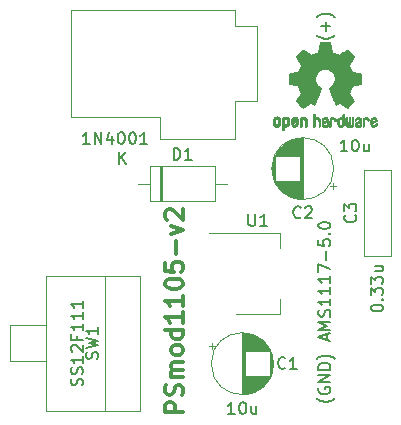
<source format=gbr>
%TF.GenerationSoftware,KiCad,Pcbnew,5.1.5+dfsg1-2build2*%
%TF.CreationDate,2020-12-20T05:39:22+01:00*%
%TF.ProjectId,PSmod1105-v2,50536d6f-6431-4313-9035-2d76322e6b69,rev?*%
%TF.SameCoordinates,PX48ab840PY77e7cd0*%
%TF.FileFunction,Legend,Top*%
%TF.FilePolarity,Positive*%
%FSLAX46Y46*%
G04 Gerber Fmt 4.6, Leading zero omitted, Abs format (unit mm)*
G04 Created by KiCad (PCBNEW 5.1.5+dfsg1-2build2) date 2020-12-20 05:39:22*
%MOMM*%
%LPD*%
G04 APERTURE LIST*
%ADD10C,0.300000*%
%ADD11C,0.120000*%
%ADD12C,0.010000*%
%ADD13C,0.150000*%
%ADD14R,1.702000X1.702000*%
%ADD15C,1.702000*%
%ADD16R,2.302000X2.302000*%
%ADD17O,2.302000X2.302000*%
%ADD18C,2.302000*%
%ADD19C,3.902000*%
%ADD20O,2.642000X5.182000*%
%ADD21O,5.182000X2.642000*%
%ADD22C,2.172000*%
%ADD23R,2.102000X3.902000*%
%ADD24R,2.102000X1.602000*%
G04 APERTURE END LIST*
D10*
X10203571Y989286D02*
X8703571Y989286D01*
X8703571Y1560715D01*
X8775000Y1703572D01*
X8846428Y1775000D01*
X8989285Y1846429D01*
X9203571Y1846429D01*
X9346428Y1775000D01*
X9417857Y1703572D01*
X9489285Y1560715D01*
X9489285Y989286D01*
X10132142Y2417858D02*
X10203571Y2632143D01*
X10203571Y2989286D01*
X10132142Y3132143D01*
X10060714Y3203572D01*
X9917857Y3275000D01*
X9775000Y3275000D01*
X9632142Y3203572D01*
X9560714Y3132143D01*
X9489285Y2989286D01*
X9417857Y2703572D01*
X9346428Y2560715D01*
X9275000Y2489286D01*
X9132142Y2417858D01*
X8989285Y2417858D01*
X8846428Y2489286D01*
X8775000Y2560715D01*
X8703571Y2703572D01*
X8703571Y3060715D01*
X8775000Y3275000D01*
X10203571Y3917858D02*
X9203571Y3917858D01*
X9346428Y3917858D02*
X9275000Y3989286D01*
X9203571Y4132143D01*
X9203571Y4346429D01*
X9275000Y4489286D01*
X9417857Y4560715D01*
X10203571Y4560715D01*
X9417857Y4560715D02*
X9275000Y4632143D01*
X9203571Y4775000D01*
X9203571Y4989286D01*
X9275000Y5132143D01*
X9417857Y5203572D01*
X10203571Y5203572D01*
X10203571Y6132143D02*
X10132142Y5989286D01*
X10060714Y5917858D01*
X9917857Y5846429D01*
X9489285Y5846429D01*
X9346428Y5917858D01*
X9275000Y5989286D01*
X9203571Y6132143D01*
X9203571Y6346429D01*
X9275000Y6489286D01*
X9346428Y6560715D01*
X9489285Y6632143D01*
X9917857Y6632143D01*
X10060714Y6560715D01*
X10132142Y6489286D01*
X10203571Y6346429D01*
X10203571Y6132143D01*
X10203571Y7917858D02*
X8703571Y7917858D01*
X10132142Y7917858D02*
X10203571Y7775000D01*
X10203571Y7489286D01*
X10132142Y7346429D01*
X10060714Y7275000D01*
X9917857Y7203572D01*
X9489285Y7203572D01*
X9346428Y7275000D01*
X9275000Y7346429D01*
X9203571Y7489286D01*
X9203571Y7775000D01*
X9275000Y7917858D01*
X10203571Y9417858D02*
X10203571Y8560715D01*
X10203571Y8989286D02*
X8703571Y8989286D01*
X8917857Y8846429D01*
X9060714Y8703572D01*
X9132142Y8560715D01*
X10203571Y10846429D02*
X10203571Y9989286D01*
X10203571Y10417858D02*
X8703571Y10417858D01*
X8917857Y10275000D01*
X9060714Y10132143D01*
X9132142Y9989286D01*
X8703571Y11775000D02*
X8703571Y11917858D01*
X8775000Y12060715D01*
X8846428Y12132143D01*
X8989285Y12203572D01*
X9275000Y12275000D01*
X9632142Y12275000D01*
X9917857Y12203572D01*
X10060714Y12132143D01*
X10132142Y12060715D01*
X10203571Y11917858D01*
X10203571Y11775000D01*
X10132142Y11632143D01*
X10060714Y11560715D01*
X9917857Y11489286D01*
X9632142Y11417858D01*
X9275000Y11417858D01*
X8989285Y11489286D01*
X8846428Y11560715D01*
X8775000Y11632143D01*
X8703571Y11775000D01*
X8703571Y13632143D02*
X8703571Y12917858D01*
X9417857Y12846429D01*
X9346428Y12917858D01*
X9275000Y13060715D01*
X9275000Y13417858D01*
X9346428Y13560715D01*
X9417857Y13632143D01*
X9560714Y13703572D01*
X9917857Y13703572D01*
X10060714Y13632143D01*
X10132142Y13560715D01*
X10203571Y13417858D01*
X10203571Y13060715D01*
X10132142Y12917858D01*
X10060714Y12846429D01*
X9632142Y14346429D02*
X9632142Y15489286D01*
X9203571Y16060715D02*
X10203571Y16417858D01*
X9203571Y16775000D01*
X8846428Y17275000D02*
X8775000Y17346429D01*
X8703571Y17489286D01*
X8703571Y17846429D01*
X8775000Y17989286D01*
X8846428Y18060715D01*
X8989285Y18132143D01*
X9132142Y18132143D01*
X9346428Y18060715D01*
X10203571Y17203572D01*
X10203571Y18132143D01*
D11*
%TO.C,C1*%
X17840000Y5080000D02*
G75*
G03X17840000Y5080000I-2620000J0D01*
G01*
X15220000Y7660000D02*
X15220000Y2500000D01*
X15260000Y7660000D02*
X15260000Y2500000D01*
X15300000Y7659000D02*
X15300000Y2501000D01*
X15340000Y7658000D02*
X15340000Y2502000D01*
X15380000Y7656000D02*
X15380000Y2504000D01*
X15420000Y7653000D02*
X15420000Y2507000D01*
X15460000Y7649000D02*
X15460000Y6120000D01*
X15460000Y4040000D02*
X15460000Y2511000D01*
X15500000Y7645000D02*
X15500000Y6120000D01*
X15500000Y4040000D02*
X15500000Y2515000D01*
X15540000Y7641000D02*
X15540000Y6120000D01*
X15540000Y4040000D02*
X15540000Y2519000D01*
X15580000Y7636000D02*
X15580000Y6120000D01*
X15580000Y4040000D02*
X15580000Y2524000D01*
X15620000Y7630000D02*
X15620000Y6120000D01*
X15620000Y4040000D02*
X15620000Y2530000D01*
X15660000Y7623000D02*
X15660000Y6120000D01*
X15660000Y4040000D02*
X15660000Y2537000D01*
X15700000Y7616000D02*
X15700000Y6120000D01*
X15700000Y4040000D02*
X15700000Y2544000D01*
X15740000Y7608000D02*
X15740000Y6120000D01*
X15740000Y4040000D02*
X15740000Y2552000D01*
X15780000Y7600000D02*
X15780000Y6120000D01*
X15780000Y4040000D02*
X15780000Y2560000D01*
X15820000Y7591000D02*
X15820000Y6120000D01*
X15820000Y4040000D02*
X15820000Y2569000D01*
X15860000Y7581000D02*
X15860000Y6120000D01*
X15860000Y4040000D02*
X15860000Y2579000D01*
X15900000Y7571000D02*
X15900000Y6120000D01*
X15900000Y4040000D02*
X15900000Y2589000D01*
X15941000Y7560000D02*
X15941000Y6120000D01*
X15941000Y4040000D02*
X15941000Y2600000D01*
X15981000Y7548000D02*
X15981000Y6120000D01*
X15981000Y4040000D02*
X15981000Y2612000D01*
X16021000Y7535000D02*
X16021000Y6120000D01*
X16021000Y4040000D02*
X16021000Y2625000D01*
X16061000Y7522000D02*
X16061000Y6120000D01*
X16061000Y4040000D02*
X16061000Y2638000D01*
X16101000Y7508000D02*
X16101000Y6120000D01*
X16101000Y4040000D02*
X16101000Y2652000D01*
X16141000Y7494000D02*
X16141000Y6120000D01*
X16141000Y4040000D02*
X16141000Y2666000D01*
X16181000Y7478000D02*
X16181000Y6120000D01*
X16181000Y4040000D02*
X16181000Y2682000D01*
X16221000Y7462000D02*
X16221000Y6120000D01*
X16221000Y4040000D02*
X16221000Y2698000D01*
X16261000Y7445000D02*
X16261000Y6120000D01*
X16261000Y4040000D02*
X16261000Y2715000D01*
X16301000Y7428000D02*
X16301000Y6120000D01*
X16301000Y4040000D02*
X16301000Y2732000D01*
X16341000Y7409000D02*
X16341000Y6120000D01*
X16341000Y4040000D02*
X16341000Y2751000D01*
X16381000Y7390000D02*
X16381000Y6120000D01*
X16381000Y4040000D02*
X16381000Y2770000D01*
X16421000Y7370000D02*
X16421000Y6120000D01*
X16421000Y4040000D02*
X16421000Y2790000D01*
X16461000Y7348000D02*
X16461000Y6120000D01*
X16461000Y4040000D02*
X16461000Y2812000D01*
X16501000Y7327000D02*
X16501000Y6120000D01*
X16501000Y4040000D02*
X16501000Y2833000D01*
X16541000Y7304000D02*
X16541000Y6120000D01*
X16541000Y4040000D02*
X16541000Y2856000D01*
X16581000Y7280000D02*
X16581000Y6120000D01*
X16581000Y4040000D02*
X16581000Y2880000D01*
X16621000Y7255000D02*
X16621000Y6120000D01*
X16621000Y4040000D02*
X16621000Y2905000D01*
X16661000Y7229000D02*
X16661000Y6120000D01*
X16661000Y4040000D02*
X16661000Y2931000D01*
X16701000Y7202000D02*
X16701000Y6120000D01*
X16701000Y4040000D02*
X16701000Y2958000D01*
X16741000Y7175000D02*
X16741000Y6120000D01*
X16741000Y4040000D02*
X16741000Y2985000D01*
X16781000Y7145000D02*
X16781000Y6120000D01*
X16781000Y4040000D02*
X16781000Y3015000D01*
X16821000Y7115000D02*
X16821000Y6120000D01*
X16821000Y4040000D02*
X16821000Y3045000D01*
X16861000Y7084000D02*
X16861000Y6120000D01*
X16861000Y4040000D02*
X16861000Y3076000D01*
X16901000Y7051000D02*
X16901000Y6120000D01*
X16901000Y4040000D02*
X16901000Y3109000D01*
X16941000Y7017000D02*
X16941000Y6120000D01*
X16941000Y4040000D02*
X16941000Y3143000D01*
X16981000Y6981000D02*
X16981000Y6120000D01*
X16981000Y4040000D02*
X16981000Y3179000D01*
X17021000Y6944000D02*
X17021000Y6120000D01*
X17021000Y4040000D02*
X17021000Y3216000D01*
X17061000Y6906000D02*
X17061000Y6120000D01*
X17061000Y4040000D02*
X17061000Y3254000D01*
X17101000Y6865000D02*
X17101000Y6120000D01*
X17101000Y4040000D02*
X17101000Y3295000D01*
X17141000Y6823000D02*
X17141000Y6120000D01*
X17141000Y4040000D02*
X17141000Y3337000D01*
X17181000Y6779000D02*
X17181000Y6120000D01*
X17181000Y4040000D02*
X17181000Y3381000D01*
X17221000Y6733000D02*
X17221000Y6120000D01*
X17221000Y4040000D02*
X17221000Y3427000D01*
X17261000Y6685000D02*
X17261000Y6120000D01*
X17261000Y4040000D02*
X17261000Y3475000D01*
X17301000Y6634000D02*
X17301000Y6120000D01*
X17301000Y4040000D02*
X17301000Y3526000D01*
X17341000Y6580000D02*
X17341000Y6120000D01*
X17341000Y4040000D02*
X17341000Y3580000D01*
X17381000Y6523000D02*
X17381000Y6120000D01*
X17381000Y4040000D02*
X17381000Y3637000D01*
X17421000Y6463000D02*
X17421000Y6120000D01*
X17421000Y4040000D02*
X17421000Y3697000D01*
X17461000Y6399000D02*
X17461000Y6120000D01*
X17461000Y4040000D02*
X17461000Y3761000D01*
X17501000Y6331000D02*
X17501000Y6120000D01*
X17501000Y4040000D02*
X17501000Y3829000D01*
X17541000Y6258000D02*
X17541000Y3902000D01*
X17581000Y6178000D02*
X17581000Y3982000D01*
X17621000Y6091000D02*
X17621000Y4069000D01*
X17661000Y5995000D02*
X17661000Y4165000D01*
X17701000Y5885000D02*
X17701000Y4275000D01*
X17741000Y5757000D02*
X17741000Y4403000D01*
X17781000Y5598000D02*
X17781000Y4562000D01*
X17821000Y5364000D02*
X17821000Y4796000D01*
X12415225Y6555000D02*
X12915225Y6555000D01*
X12665225Y6805000D02*
X12665225Y6305000D01*
%TO.C,C2*%
X22894775Y19865000D02*
X22894775Y20365000D01*
X23144775Y20115000D02*
X22644775Y20115000D01*
X17739000Y21306000D02*
X17739000Y21874000D01*
X17779000Y21072000D02*
X17779000Y22108000D01*
X17819000Y20913000D02*
X17819000Y22267000D01*
X17859000Y20785000D02*
X17859000Y22395000D01*
X17899000Y20675000D02*
X17899000Y22505000D01*
X17939000Y20579000D02*
X17939000Y22601000D01*
X17979000Y20492000D02*
X17979000Y22688000D01*
X18019000Y20412000D02*
X18019000Y22768000D01*
X18059000Y22630000D02*
X18059000Y22841000D01*
X18059000Y20339000D02*
X18059000Y20550000D01*
X18099000Y22630000D02*
X18099000Y22909000D01*
X18099000Y20271000D02*
X18099000Y20550000D01*
X18139000Y22630000D02*
X18139000Y22973000D01*
X18139000Y20207000D02*
X18139000Y20550000D01*
X18179000Y22630000D02*
X18179000Y23033000D01*
X18179000Y20147000D02*
X18179000Y20550000D01*
X18219000Y22630000D02*
X18219000Y23090000D01*
X18219000Y20090000D02*
X18219000Y20550000D01*
X18259000Y22630000D02*
X18259000Y23144000D01*
X18259000Y20036000D02*
X18259000Y20550000D01*
X18299000Y22630000D02*
X18299000Y23195000D01*
X18299000Y19985000D02*
X18299000Y20550000D01*
X18339000Y22630000D02*
X18339000Y23243000D01*
X18339000Y19937000D02*
X18339000Y20550000D01*
X18379000Y22630000D02*
X18379000Y23289000D01*
X18379000Y19891000D02*
X18379000Y20550000D01*
X18419000Y22630000D02*
X18419000Y23333000D01*
X18419000Y19847000D02*
X18419000Y20550000D01*
X18459000Y22630000D02*
X18459000Y23375000D01*
X18459000Y19805000D02*
X18459000Y20550000D01*
X18499000Y22630000D02*
X18499000Y23416000D01*
X18499000Y19764000D02*
X18499000Y20550000D01*
X18539000Y22630000D02*
X18539000Y23454000D01*
X18539000Y19726000D02*
X18539000Y20550000D01*
X18579000Y22630000D02*
X18579000Y23491000D01*
X18579000Y19689000D02*
X18579000Y20550000D01*
X18619000Y22630000D02*
X18619000Y23527000D01*
X18619000Y19653000D02*
X18619000Y20550000D01*
X18659000Y22630000D02*
X18659000Y23561000D01*
X18659000Y19619000D02*
X18659000Y20550000D01*
X18699000Y22630000D02*
X18699000Y23594000D01*
X18699000Y19586000D02*
X18699000Y20550000D01*
X18739000Y22630000D02*
X18739000Y23625000D01*
X18739000Y19555000D02*
X18739000Y20550000D01*
X18779000Y22630000D02*
X18779000Y23655000D01*
X18779000Y19525000D02*
X18779000Y20550000D01*
X18819000Y22630000D02*
X18819000Y23685000D01*
X18819000Y19495000D02*
X18819000Y20550000D01*
X18859000Y22630000D02*
X18859000Y23712000D01*
X18859000Y19468000D02*
X18859000Y20550000D01*
X18899000Y22630000D02*
X18899000Y23739000D01*
X18899000Y19441000D02*
X18899000Y20550000D01*
X18939000Y22630000D02*
X18939000Y23765000D01*
X18939000Y19415000D02*
X18939000Y20550000D01*
X18979000Y22630000D02*
X18979000Y23790000D01*
X18979000Y19390000D02*
X18979000Y20550000D01*
X19019000Y22630000D02*
X19019000Y23814000D01*
X19019000Y19366000D02*
X19019000Y20550000D01*
X19059000Y22630000D02*
X19059000Y23837000D01*
X19059000Y19343000D02*
X19059000Y20550000D01*
X19099000Y22630000D02*
X19099000Y23858000D01*
X19099000Y19322000D02*
X19099000Y20550000D01*
X19139000Y22630000D02*
X19139000Y23880000D01*
X19139000Y19300000D02*
X19139000Y20550000D01*
X19179000Y22630000D02*
X19179000Y23900000D01*
X19179000Y19280000D02*
X19179000Y20550000D01*
X19219000Y22630000D02*
X19219000Y23919000D01*
X19219000Y19261000D02*
X19219000Y20550000D01*
X19259000Y22630000D02*
X19259000Y23938000D01*
X19259000Y19242000D02*
X19259000Y20550000D01*
X19299000Y22630000D02*
X19299000Y23955000D01*
X19299000Y19225000D02*
X19299000Y20550000D01*
X19339000Y22630000D02*
X19339000Y23972000D01*
X19339000Y19208000D02*
X19339000Y20550000D01*
X19379000Y22630000D02*
X19379000Y23988000D01*
X19379000Y19192000D02*
X19379000Y20550000D01*
X19419000Y22630000D02*
X19419000Y24004000D01*
X19419000Y19176000D02*
X19419000Y20550000D01*
X19459000Y22630000D02*
X19459000Y24018000D01*
X19459000Y19162000D02*
X19459000Y20550000D01*
X19499000Y22630000D02*
X19499000Y24032000D01*
X19499000Y19148000D02*
X19499000Y20550000D01*
X19539000Y22630000D02*
X19539000Y24045000D01*
X19539000Y19135000D02*
X19539000Y20550000D01*
X19579000Y22630000D02*
X19579000Y24058000D01*
X19579000Y19122000D02*
X19579000Y20550000D01*
X19619000Y22630000D02*
X19619000Y24070000D01*
X19619000Y19110000D02*
X19619000Y20550000D01*
X19660000Y22630000D02*
X19660000Y24081000D01*
X19660000Y19099000D02*
X19660000Y20550000D01*
X19700000Y22630000D02*
X19700000Y24091000D01*
X19700000Y19089000D02*
X19700000Y20550000D01*
X19740000Y22630000D02*
X19740000Y24101000D01*
X19740000Y19079000D02*
X19740000Y20550000D01*
X19780000Y22630000D02*
X19780000Y24110000D01*
X19780000Y19070000D02*
X19780000Y20550000D01*
X19820000Y22630000D02*
X19820000Y24118000D01*
X19820000Y19062000D02*
X19820000Y20550000D01*
X19860000Y22630000D02*
X19860000Y24126000D01*
X19860000Y19054000D02*
X19860000Y20550000D01*
X19900000Y22630000D02*
X19900000Y24133000D01*
X19900000Y19047000D02*
X19900000Y20550000D01*
X19940000Y22630000D02*
X19940000Y24140000D01*
X19940000Y19040000D02*
X19940000Y20550000D01*
X19980000Y22630000D02*
X19980000Y24146000D01*
X19980000Y19034000D02*
X19980000Y20550000D01*
X20020000Y22630000D02*
X20020000Y24151000D01*
X20020000Y19029000D02*
X20020000Y20550000D01*
X20060000Y22630000D02*
X20060000Y24155000D01*
X20060000Y19025000D02*
X20060000Y20550000D01*
X20100000Y22630000D02*
X20100000Y24159000D01*
X20100000Y19021000D02*
X20100000Y20550000D01*
X20140000Y19017000D02*
X20140000Y24163000D01*
X20180000Y19014000D02*
X20180000Y24166000D01*
X20220000Y19012000D02*
X20220000Y24168000D01*
X20260000Y19011000D02*
X20260000Y24169000D01*
X20300000Y19010000D02*
X20300000Y24170000D01*
X20340000Y19010000D02*
X20340000Y24170000D01*
X22960000Y21590000D02*
G75*
G03X22960000Y21590000I-2620000J0D01*
G01*
%TO.C,C3*%
X25550000Y14200000D02*
X25550000Y21440000D01*
X27790000Y14200000D02*
X27790000Y21440000D01*
X25550000Y14200000D02*
X27790000Y14200000D01*
X25550000Y21440000D02*
X27790000Y21440000D01*
%TO.C,D1*%
X7440000Y21790000D02*
X7440000Y18850000D01*
X7440000Y18850000D02*
X12880000Y18850000D01*
X12880000Y18850000D02*
X12880000Y21790000D01*
X12880000Y21790000D02*
X7440000Y21790000D01*
X6420000Y20320000D02*
X7440000Y20320000D01*
X13900000Y20320000D02*
X12880000Y20320000D01*
X8340000Y21790000D02*
X8340000Y18850000D01*
X8460000Y21790000D02*
X8460000Y18850000D01*
X8220000Y21790000D02*
X8220000Y18850000D01*
%TO.C,J1*%
X740000Y25980000D02*
X740000Y34980000D01*
X740000Y34980000D02*
X14605000Y34980000D01*
X8255000Y25980000D02*
X740000Y25980000D01*
X14605000Y34925000D02*
X14605000Y33655000D01*
X14605000Y33655000D02*
X16510000Y33655000D01*
X16510000Y33655000D02*
X16510000Y27305000D01*
X16510000Y27305000D02*
X14605000Y27305000D01*
X14605000Y27305000D02*
X14605000Y24130000D01*
X14605000Y24130000D02*
X8255000Y24130000D01*
X8255000Y24130000D02*
X8255000Y25980000D01*
D12*
%TO.C,LOGO1*%
G36*
X18993886Y25990495D02*
G01*
X19068539Y25953273D01*
X19134431Y25884739D01*
X19152577Y25859352D01*
X19172345Y25826134D01*
X19185172Y25790055D01*
X19192510Y25741902D01*
X19195813Y25672464D01*
X19196538Y25580794D01*
X19193263Y25455170D01*
X19181877Y25360846D01*
X19160041Y25290477D01*
X19125419Y25236714D01*
X19075670Y25192212D01*
X19072014Y25189577D01*
X19022985Y25162623D01*
X18963945Y25149288D01*
X18888859Y25146000D01*
X18766795Y25146000D01*
X18766744Y25027503D01*
X18765608Y24961508D01*
X18758686Y24922798D01*
X18740598Y24899581D01*
X18705962Y24880067D01*
X18697645Y24876080D01*
X18658720Y24857397D01*
X18628583Y24845597D01*
X18606174Y24844578D01*
X18590433Y24858239D01*
X18580302Y24890478D01*
X18574723Y24945196D01*
X18572635Y25026289D01*
X18572981Y25137656D01*
X18574700Y25283198D01*
X18575237Y25326731D01*
X18577172Y25476795D01*
X18578904Y25574958D01*
X18766692Y25574958D01*
X18767748Y25491636D01*
X18772438Y25437120D01*
X18783051Y25401163D01*
X18801872Y25373518D01*
X18814650Y25360035D01*
X18866890Y25320583D01*
X18913142Y25317372D01*
X18960867Y25349951D01*
X18962077Y25351154D01*
X18981494Y25376332D01*
X18993307Y25410553D01*
X18999265Y25463252D01*
X19001120Y25543869D01*
X19001154Y25561729D01*
X18996670Y25672825D01*
X18982074Y25749839D01*
X18955650Y25796853D01*
X18915683Y25817950D01*
X18892584Y25820077D01*
X18837762Y25810100D01*
X18800158Y25777248D01*
X18777523Y25717143D01*
X18767606Y25625402D01*
X18766692Y25574958D01*
X18578904Y25574958D01*
X18579222Y25592940D01*
X18581873Y25680321D01*
X18585606Y25744095D01*
X18590907Y25789418D01*
X18598258Y25821445D01*
X18608143Y25845332D01*
X18621046Y25866236D01*
X18626579Y25874102D01*
X18699969Y25948405D01*
X18792760Y25990533D01*
X18900096Y26002278D01*
X18993886Y25990495D01*
G37*
X18993886Y25990495D02*
X19068539Y25953273D01*
X19134431Y25884739D01*
X19152577Y25859352D01*
X19172345Y25826134D01*
X19185172Y25790055D01*
X19192510Y25741902D01*
X19195813Y25672464D01*
X19196538Y25580794D01*
X19193263Y25455170D01*
X19181877Y25360846D01*
X19160041Y25290477D01*
X19125419Y25236714D01*
X19075670Y25192212D01*
X19072014Y25189577D01*
X19022985Y25162623D01*
X18963945Y25149288D01*
X18888859Y25146000D01*
X18766795Y25146000D01*
X18766744Y25027503D01*
X18765608Y24961508D01*
X18758686Y24922798D01*
X18740598Y24899581D01*
X18705962Y24880067D01*
X18697645Y24876080D01*
X18658720Y24857397D01*
X18628583Y24845597D01*
X18606174Y24844578D01*
X18590433Y24858239D01*
X18580302Y24890478D01*
X18574723Y24945196D01*
X18572635Y25026289D01*
X18572981Y25137656D01*
X18574700Y25283198D01*
X18575237Y25326731D01*
X18577172Y25476795D01*
X18578904Y25574958D01*
X18766692Y25574958D01*
X18767748Y25491636D01*
X18772438Y25437120D01*
X18783051Y25401163D01*
X18801872Y25373518D01*
X18814650Y25360035D01*
X18866890Y25320583D01*
X18913142Y25317372D01*
X18960867Y25349951D01*
X18962077Y25351154D01*
X18981494Y25376332D01*
X18993307Y25410553D01*
X18999265Y25463252D01*
X19001120Y25543869D01*
X19001154Y25561729D01*
X18996670Y25672825D01*
X18982074Y25749839D01*
X18955650Y25796853D01*
X18915683Y25817950D01*
X18892584Y25820077D01*
X18837762Y25810100D01*
X18800158Y25777248D01*
X18777523Y25717143D01*
X18767606Y25625402D01*
X18766692Y25574958D01*
X18578904Y25574958D01*
X18579222Y25592940D01*
X18581873Y25680321D01*
X18585606Y25744095D01*
X18590907Y25789418D01*
X18598258Y25821445D01*
X18608143Y25845332D01*
X18621046Y25866236D01*
X18626579Y25874102D01*
X18699969Y25948405D01*
X18792760Y25990533D01*
X18900096Y26002278D01*
X18993886Y25990495D01*
G36*
X20496664Y25979911D02*
G01*
X20559367Y25943642D01*
X20602961Y25907642D01*
X20634845Y25869925D01*
X20656810Y25823801D01*
X20670649Y25762579D01*
X20678153Y25679569D01*
X20681117Y25568081D01*
X20681461Y25487938D01*
X20681461Y25192935D01*
X20515385Y25118485D01*
X20505615Y25441598D01*
X20501579Y25562271D01*
X20497344Y25649859D01*
X20492097Y25710350D01*
X20485025Y25749732D01*
X20475311Y25773993D01*
X20462144Y25789120D01*
X20457919Y25792394D01*
X20393909Y25817966D01*
X20329208Y25807847D01*
X20290692Y25781000D01*
X20275025Y25761976D01*
X20264180Y25737012D01*
X20257288Y25699166D01*
X20253479Y25641498D01*
X20251883Y25557065D01*
X20251615Y25469072D01*
X20251563Y25358677D01*
X20249672Y25280537D01*
X20243345Y25227835D01*
X20229983Y25193758D01*
X20206985Y25171489D01*
X20171754Y25154213D01*
X20124697Y25136262D01*
X20073303Y25116722D01*
X20079421Y25463515D01*
X20081884Y25588532D01*
X20084767Y25680918D01*
X20088898Y25747119D01*
X20095107Y25793580D01*
X20104226Y25826744D01*
X20117083Y25853056D01*
X20132584Y25876271D01*
X20207371Y25950431D01*
X20298628Y25993316D01*
X20397883Y26003588D01*
X20496664Y25979911D01*
G37*
X20496664Y25979911D02*
X20559367Y25943642D01*
X20602961Y25907642D01*
X20634845Y25869925D01*
X20656810Y25823801D01*
X20670649Y25762579D01*
X20678153Y25679569D01*
X20681117Y25568081D01*
X20681461Y25487938D01*
X20681461Y25192935D01*
X20515385Y25118485D01*
X20505615Y25441598D01*
X20501579Y25562271D01*
X20497344Y25649859D01*
X20492097Y25710350D01*
X20485025Y25749732D01*
X20475311Y25773993D01*
X20462144Y25789120D01*
X20457919Y25792394D01*
X20393909Y25817966D01*
X20329208Y25807847D01*
X20290692Y25781000D01*
X20275025Y25761976D01*
X20264180Y25737012D01*
X20257288Y25699166D01*
X20253479Y25641498D01*
X20251883Y25557065D01*
X20251615Y25469072D01*
X20251563Y25358677D01*
X20249672Y25280537D01*
X20243345Y25227835D01*
X20229983Y25193758D01*
X20206985Y25171489D01*
X20171754Y25154213D01*
X20124697Y25136262D01*
X20073303Y25116722D01*
X20079421Y25463515D01*
X20081884Y25588532D01*
X20084767Y25680918D01*
X20088898Y25747119D01*
X20095107Y25793580D01*
X20104226Y25826744D01*
X20117083Y25853056D01*
X20132584Y25876271D01*
X20207371Y25950431D01*
X20298628Y25993316D01*
X20397883Y26003588D01*
X20496664Y25979911D01*
G36*
X18241886Y25987744D02*
G01*
X18333464Y25939591D01*
X18401049Y25862095D01*
X18425057Y25812273D01*
X18443738Y25737467D01*
X18453301Y25642948D01*
X18454208Y25539790D01*
X18446921Y25439065D01*
X18431903Y25351847D01*
X18409615Y25289209D01*
X18402765Y25278421D01*
X18321632Y25197895D01*
X18225266Y25149664D01*
X18120701Y25135550D01*
X18014968Y25157371D01*
X17985543Y25170453D01*
X17928241Y25210769D01*
X17877950Y25264225D01*
X17873197Y25271005D01*
X17853878Y25303679D01*
X17841108Y25338606D01*
X17833564Y25384586D01*
X17829924Y25450416D01*
X17828865Y25544895D01*
X17828846Y25566077D01*
X17828894Y25572818D01*
X18024231Y25572818D01*
X18025368Y25483651D01*
X18029841Y25424480D01*
X18039246Y25386259D01*
X18055176Y25359947D01*
X18063308Y25351154D01*
X18110058Y25317739D01*
X18155447Y25319263D01*
X18201340Y25348248D01*
X18228712Y25379191D01*
X18244923Y25424357D01*
X18254026Y25495580D01*
X18254651Y25503886D01*
X18256204Y25632963D01*
X18239965Y25728828D01*
X18206152Y25790893D01*
X18154984Y25818568D01*
X18136720Y25820077D01*
X18088760Y25812487D01*
X18055953Y25786192D01*
X18035895Y25735905D01*
X18026178Y25656336D01*
X18024231Y25572818D01*
X17828894Y25572818D01*
X17829574Y25666751D01*
X17832629Y25737094D01*
X17839322Y25785837D01*
X17850960Y25821712D01*
X17868853Y25853452D01*
X17872808Y25859352D01*
X17939267Y25938896D01*
X18011685Y25985071D01*
X18099849Y26003401D01*
X18129787Y26004297D01*
X18241886Y25987744D01*
G37*
X18241886Y25987744D02*
X18333464Y25939591D01*
X18401049Y25862095D01*
X18425057Y25812273D01*
X18443738Y25737467D01*
X18453301Y25642948D01*
X18454208Y25539790D01*
X18446921Y25439065D01*
X18431903Y25351847D01*
X18409615Y25289209D01*
X18402765Y25278421D01*
X18321632Y25197895D01*
X18225266Y25149664D01*
X18120701Y25135550D01*
X18014968Y25157371D01*
X17985543Y25170453D01*
X17928241Y25210769D01*
X17877950Y25264225D01*
X17873197Y25271005D01*
X17853878Y25303679D01*
X17841108Y25338606D01*
X17833564Y25384586D01*
X17829924Y25450416D01*
X17828865Y25544895D01*
X17828846Y25566077D01*
X17828894Y25572818D01*
X18024231Y25572818D01*
X18025368Y25483651D01*
X18029841Y25424480D01*
X18039246Y25386259D01*
X18055176Y25359947D01*
X18063308Y25351154D01*
X18110058Y25317739D01*
X18155447Y25319263D01*
X18201340Y25348248D01*
X18228712Y25379191D01*
X18244923Y25424357D01*
X18254026Y25495580D01*
X18254651Y25503886D01*
X18256204Y25632963D01*
X18239965Y25728828D01*
X18206152Y25790893D01*
X18154984Y25818568D01*
X18136720Y25820077D01*
X18088760Y25812487D01*
X18055953Y25786192D01*
X18035895Y25735905D01*
X18026178Y25656336D01*
X18024231Y25572818D01*
X17828894Y25572818D01*
X17829574Y25666751D01*
X17832629Y25737094D01*
X17839322Y25785837D01*
X17850960Y25821712D01*
X17868853Y25853452D01*
X17872808Y25859352D01*
X17939267Y25938896D01*
X18011685Y25985071D01*
X18099849Y26003401D01*
X18129787Y26004297D01*
X18241886Y25987744D01*
G36*
X19759254Y25975255D02*
G01*
X19836286Y25923433D01*
X19895816Y25848588D01*
X19931378Y25753346D01*
X19938571Y25683244D01*
X19937754Y25653991D01*
X19930914Y25631593D01*
X19912112Y25611526D01*
X19875408Y25589267D01*
X19814862Y25560291D01*
X19724534Y25520073D01*
X19724077Y25519871D01*
X19640933Y25481790D01*
X19572753Y25447975D01*
X19526505Y25422067D01*
X19509158Y25407705D01*
X19509154Y25407589D01*
X19524443Y25376315D01*
X19560196Y25341843D01*
X19601242Y25317010D01*
X19622037Y25312077D01*
X19678770Y25329138D01*
X19727627Y25371867D01*
X19751465Y25418845D01*
X19774397Y25453478D01*
X19819318Y25492919D01*
X19872123Y25526991D01*
X19918710Y25545520D01*
X19928452Y25546538D01*
X19939418Y25529785D01*
X19940079Y25486961D01*
X19932020Y25429219D01*
X19916827Y25367711D01*
X19896086Y25313591D01*
X19895038Y25311490D01*
X19832621Y25224340D01*
X19751726Y25165061D01*
X19659856Y25135966D01*
X19564513Y25139366D01*
X19473198Y25177572D01*
X19469138Y25180259D01*
X19397306Y25245358D01*
X19350073Y25330295D01*
X19323934Y25441979D01*
X19320426Y25473357D01*
X19314213Y25621464D01*
X19321661Y25690532D01*
X19509154Y25690532D01*
X19511590Y25647448D01*
X19524914Y25634874D01*
X19558132Y25644281D01*
X19610494Y25666517D01*
X19669024Y25694390D01*
X19670479Y25695128D01*
X19720089Y25721223D01*
X19740000Y25738637D01*
X19735090Y25756893D01*
X19714416Y25780880D01*
X19661819Y25815594D01*
X19605177Y25818144D01*
X19554369Y25792881D01*
X19519276Y25744153D01*
X19509154Y25690532D01*
X19321661Y25690532D01*
X19326992Y25739964D01*
X19359778Y25833945D01*
X19405421Y25899785D01*
X19487802Y25966319D01*
X19578546Y25999324D01*
X19671185Y26001427D01*
X19759254Y25975255D01*
G37*
X19759254Y25975255D02*
X19836286Y25923433D01*
X19895816Y25848588D01*
X19931378Y25753346D01*
X19938571Y25683244D01*
X19937754Y25653991D01*
X19930914Y25631593D01*
X19912112Y25611526D01*
X19875408Y25589267D01*
X19814862Y25560291D01*
X19724534Y25520073D01*
X19724077Y25519871D01*
X19640933Y25481790D01*
X19572753Y25447975D01*
X19526505Y25422067D01*
X19509158Y25407705D01*
X19509154Y25407589D01*
X19524443Y25376315D01*
X19560196Y25341843D01*
X19601242Y25317010D01*
X19622037Y25312077D01*
X19678770Y25329138D01*
X19727627Y25371867D01*
X19751465Y25418845D01*
X19774397Y25453478D01*
X19819318Y25492919D01*
X19872123Y25526991D01*
X19918710Y25545520D01*
X19928452Y25546538D01*
X19939418Y25529785D01*
X19940079Y25486961D01*
X19932020Y25429219D01*
X19916827Y25367711D01*
X19896086Y25313591D01*
X19895038Y25311490D01*
X19832621Y25224340D01*
X19751726Y25165061D01*
X19659856Y25135966D01*
X19564513Y25139366D01*
X19473198Y25177572D01*
X19469138Y25180259D01*
X19397306Y25245358D01*
X19350073Y25330295D01*
X19323934Y25441979D01*
X19320426Y25473357D01*
X19314213Y25621464D01*
X19321661Y25690532D01*
X19509154Y25690532D01*
X19511590Y25647448D01*
X19524914Y25634874D01*
X19558132Y25644281D01*
X19610494Y25666517D01*
X19669024Y25694390D01*
X19670479Y25695128D01*
X19720089Y25721223D01*
X19740000Y25738637D01*
X19735090Y25756893D01*
X19714416Y25780880D01*
X19661819Y25815594D01*
X19605177Y25818144D01*
X19554369Y25792881D01*
X19519276Y25744153D01*
X19509154Y25690532D01*
X19321661Y25690532D01*
X19326992Y25739964D01*
X19359778Y25833945D01*
X19405421Y25899785D01*
X19487802Y25966319D01*
X19578546Y25999324D01*
X19671185Y26001427D01*
X19759254Y25975255D01*
G36*
X21384846Y26082880D02*
G01*
X21390572Y26003020D01*
X21397149Y25955961D01*
X21406262Y25935434D01*
X21419598Y25935171D01*
X21423923Y25937622D01*
X21481444Y25955364D01*
X21556268Y25954328D01*
X21632339Y25936090D01*
X21679918Y25912495D01*
X21728702Y25874802D01*
X21764364Y25832145D01*
X21788845Y25777943D01*
X21804087Y25705616D01*
X21812030Y25608581D01*
X21814616Y25480258D01*
X21814662Y25455642D01*
X21814692Y25179130D01*
X21753161Y25157680D01*
X21709459Y25143088D01*
X21685482Y25136294D01*
X21684777Y25136231D01*
X21682415Y25154655D01*
X21680406Y25205474D01*
X21678901Y25282007D01*
X21678053Y25377570D01*
X21677923Y25435671D01*
X21677651Y25550229D01*
X21676252Y25632333D01*
X21672849Y25688607D01*
X21666567Y25725674D01*
X21656529Y25750156D01*
X21641861Y25768675D01*
X21632702Y25777594D01*
X21569789Y25813534D01*
X21501136Y25816225D01*
X21438848Y25785830D01*
X21427329Y25774856D01*
X21410433Y25754221D01*
X21398714Y25729744D01*
X21391233Y25694353D01*
X21387054Y25640974D01*
X21385237Y25562534D01*
X21384846Y25454383D01*
X21384846Y25179130D01*
X21323315Y25157680D01*
X21279613Y25143088D01*
X21255636Y25136294D01*
X21254930Y25136231D01*
X21253126Y25154931D01*
X21251500Y25207678D01*
X21250117Y25289443D01*
X21249042Y25395195D01*
X21248340Y25519906D01*
X21248077Y25658545D01*
X21248077Y26193194D01*
X21375077Y26246764D01*
X21384846Y26082880D01*
G37*
X21384846Y26082880D02*
X21390572Y26003020D01*
X21397149Y25955961D01*
X21406262Y25935434D01*
X21419598Y25935171D01*
X21423923Y25937622D01*
X21481444Y25955364D01*
X21556268Y25954328D01*
X21632339Y25936090D01*
X21679918Y25912495D01*
X21728702Y25874802D01*
X21764364Y25832145D01*
X21788845Y25777943D01*
X21804087Y25705616D01*
X21812030Y25608581D01*
X21814616Y25480258D01*
X21814662Y25455642D01*
X21814692Y25179130D01*
X21753161Y25157680D01*
X21709459Y25143088D01*
X21685482Y25136294D01*
X21684777Y25136231D01*
X21682415Y25154655D01*
X21680406Y25205474D01*
X21678901Y25282007D01*
X21678053Y25377570D01*
X21677923Y25435671D01*
X21677651Y25550229D01*
X21676252Y25632333D01*
X21672849Y25688607D01*
X21666567Y25725674D01*
X21656529Y25750156D01*
X21641861Y25768675D01*
X21632702Y25777594D01*
X21569789Y25813534D01*
X21501136Y25816225D01*
X21438848Y25785830D01*
X21427329Y25774856D01*
X21410433Y25754221D01*
X21398714Y25729744D01*
X21391233Y25694353D01*
X21387054Y25640974D01*
X21385237Y25562534D01*
X21384846Y25454383D01*
X21384846Y25179130D01*
X21323315Y25157680D01*
X21279613Y25143088D01*
X21255636Y25136294D01*
X21254930Y25136231D01*
X21253126Y25154931D01*
X21251500Y25207678D01*
X21250117Y25289443D01*
X21249042Y25395195D01*
X21248340Y25519906D01*
X21248077Y25658545D01*
X21248077Y26193194D01*
X21375077Y26246764D01*
X21384846Y26082880D01*
G36*
X22278501Y25948697D02*
G01*
X22355060Y25920267D01*
X22355936Y25919721D01*
X22403285Y25884873D01*
X22438241Y25844148D01*
X22462825Y25791075D01*
X22479062Y25719186D01*
X22488975Y25622008D01*
X22494586Y25493072D01*
X22495077Y25474702D01*
X22502141Y25197713D01*
X22442695Y25166972D01*
X22399681Y25146198D01*
X22373710Y25136354D01*
X22372509Y25136231D01*
X22368014Y25154394D01*
X22364444Y25203388D01*
X22362248Y25274969D01*
X22361769Y25332932D01*
X22361758Y25426830D01*
X22357466Y25485797D01*
X22342503Y25513921D01*
X22310482Y25515294D01*
X22255014Y25494002D01*
X22171269Y25454864D01*
X22109689Y25422357D01*
X22078017Y25394155D01*
X22068706Y25363418D01*
X22068692Y25361896D01*
X22084057Y25308946D01*
X22129547Y25280340D01*
X22199166Y25276197D01*
X22249313Y25276916D01*
X22275754Y25262473D01*
X22292243Y25227782D01*
X22301733Y25183584D01*
X22288057Y25158507D01*
X22282907Y25154918D01*
X22234425Y25140504D01*
X22166531Y25138463D01*
X22096612Y25148017D01*
X22047068Y25165478D01*
X21978570Y25223636D01*
X21939634Y25304592D01*
X21931923Y25367840D01*
X21937807Y25424889D01*
X21959101Y25471458D01*
X22001265Y25512819D01*
X22069759Y25554245D01*
X22170044Y25601007D01*
X22176154Y25603650D01*
X22266490Y25645383D01*
X22322235Y25679609D01*
X22346129Y25710365D01*
X22340913Y25741689D01*
X22309328Y25777617D01*
X22299883Y25785884D01*
X22236617Y25817942D01*
X22171064Y25816593D01*
X22113972Y25785162D01*
X22076093Y25726976D01*
X22072574Y25715554D01*
X22038300Y25660163D01*
X21994809Y25633482D01*
X21931923Y25607040D01*
X21931923Y25675452D01*
X21951052Y25774890D01*
X22007831Y25866098D01*
X22037378Y25896611D01*
X22104542Y25935772D01*
X22189956Y25953500D01*
X22278501Y25948697D01*
G37*
X22278501Y25948697D02*
X22355060Y25920267D01*
X22355936Y25919721D01*
X22403285Y25884873D01*
X22438241Y25844148D01*
X22462825Y25791075D01*
X22479062Y25719186D01*
X22488975Y25622008D01*
X22494586Y25493072D01*
X22495077Y25474702D01*
X22502141Y25197713D01*
X22442695Y25166972D01*
X22399681Y25146198D01*
X22373710Y25136354D01*
X22372509Y25136231D01*
X22368014Y25154394D01*
X22364444Y25203388D01*
X22362248Y25274969D01*
X22361769Y25332932D01*
X22361758Y25426830D01*
X22357466Y25485797D01*
X22342503Y25513921D01*
X22310482Y25515294D01*
X22255014Y25494002D01*
X22171269Y25454864D01*
X22109689Y25422357D01*
X22078017Y25394155D01*
X22068706Y25363418D01*
X22068692Y25361896D01*
X22084057Y25308946D01*
X22129547Y25280340D01*
X22199166Y25276197D01*
X22249313Y25276916D01*
X22275754Y25262473D01*
X22292243Y25227782D01*
X22301733Y25183584D01*
X22288057Y25158507D01*
X22282907Y25154918D01*
X22234425Y25140504D01*
X22166531Y25138463D01*
X22096612Y25148017D01*
X22047068Y25165478D01*
X21978570Y25223636D01*
X21939634Y25304592D01*
X21931923Y25367840D01*
X21937807Y25424889D01*
X21959101Y25471458D01*
X22001265Y25512819D01*
X22069759Y25554245D01*
X22170044Y25601007D01*
X22176154Y25603650D01*
X22266490Y25645383D01*
X22322235Y25679609D01*
X22346129Y25710365D01*
X22340913Y25741689D01*
X22309328Y25777617D01*
X22299883Y25785884D01*
X22236617Y25817942D01*
X22171064Y25816593D01*
X22113972Y25785162D01*
X22076093Y25726976D01*
X22072574Y25715554D01*
X22038300Y25660163D01*
X21994809Y25633482D01*
X21931923Y25607040D01*
X21931923Y25675452D01*
X21951052Y25774890D01*
X22007831Y25866098D01*
X22037378Y25896611D01*
X22104542Y25935772D01*
X22189956Y25953500D01*
X22278501Y25948697D01*
G36*
X22938362Y25950330D02*
G01*
X23027117Y25917579D01*
X23099022Y25859650D01*
X23127144Y25818872D01*
X23157802Y25744046D01*
X23157165Y25689942D01*
X23124987Y25653554D01*
X23113081Y25647367D01*
X23061675Y25628075D01*
X23035422Y25633018D01*
X23026530Y25665413D01*
X23026077Y25683308D01*
X23009797Y25749141D01*
X22967365Y25795193D01*
X22908388Y25817436D01*
X22842475Y25811839D01*
X22788895Y25782771D01*
X22770798Y25766190D01*
X22757971Y25746075D01*
X22749306Y25715668D01*
X22743696Y25668212D01*
X22740035Y25596950D01*
X22737215Y25495125D01*
X22736484Y25462885D01*
X22733820Y25352590D01*
X22730792Y25274964D01*
X22726250Y25223604D01*
X22719046Y25192110D01*
X22708033Y25174080D01*
X22692060Y25163112D01*
X22681834Y25158267D01*
X22638406Y25141699D01*
X22612842Y25136231D01*
X22604395Y25154493D01*
X22599239Y25209704D01*
X22597346Y25302501D01*
X22598689Y25433522D01*
X22599107Y25453731D01*
X22602058Y25573267D01*
X22605548Y25660551D01*
X22610514Y25722409D01*
X22617893Y25765664D01*
X22628624Y25797140D01*
X22643645Y25823661D01*
X22651502Y25835025D01*
X22696553Y25885308D01*
X22746940Y25924419D01*
X22753108Y25927833D01*
X22843458Y25954788D01*
X22938362Y25950330D01*
G37*
X22938362Y25950330D02*
X23027117Y25917579D01*
X23099022Y25859650D01*
X23127144Y25818872D01*
X23157802Y25744046D01*
X23157165Y25689942D01*
X23124987Y25653554D01*
X23113081Y25647367D01*
X23061675Y25628075D01*
X23035422Y25633018D01*
X23026530Y25665413D01*
X23026077Y25683308D01*
X23009797Y25749141D01*
X22967365Y25795193D01*
X22908388Y25817436D01*
X22842475Y25811839D01*
X22788895Y25782771D01*
X22770798Y25766190D01*
X22757971Y25746075D01*
X22749306Y25715668D01*
X22743696Y25668212D01*
X22740035Y25596950D01*
X22737215Y25495125D01*
X22736484Y25462885D01*
X22733820Y25352590D01*
X22730792Y25274964D01*
X22726250Y25223604D01*
X22719046Y25192110D01*
X22708033Y25174080D01*
X22692060Y25163112D01*
X22681834Y25158267D01*
X22638406Y25141699D01*
X22612842Y25136231D01*
X22604395Y25154493D01*
X22599239Y25209704D01*
X22597346Y25302501D01*
X22598689Y25433522D01*
X22599107Y25453731D01*
X22602058Y25573267D01*
X22605548Y25660551D01*
X22610514Y25722409D01*
X22617893Y25765664D01*
X22628624Y25797140D01*
X22643645Y25823661D01*
X22651502Y25835025D01*
X22696553Y25885308D01*
X22746940Y25924419D01*
X22753108Y25927833D01*
X22843458Y25954788D01*
X22938362Y25950330D01*
G36*
X23827081Y25794711D02*
G01*
X23826833Y25648680D01*
X23825872Y25536345D01*
X23823794Y25452322D01*
X23820193Y25391231D01*
X23814665Y25347691D01*
X23806804Y25316321D01*
X23796207Y25291738D01*
X23788182Y25277706D01*
X23721728Y25201612D01*
X23637470Y25153916D01*
X23544249Y25136801D01*
X23450900Y25152454D01*
X23395312Y25180582D01*
X23336957Y25229240D01*
X23297186Y25288667D01*
X23273190Y25366493D01*
X23262161Y25470348D01*
X23260599Y25546538D01*
X23260809Y25552014D01*
X23397308Y25552014D01*
X23398141Y25464645D01*
X23401961Y25406808D01*
X23410746Y25368971D01*
X23426474Y25341602D01*
X23445266Y25320958D01*
X23508375Y25281110D01*
X23576137Y25277705D01*
X23640179Y25310975D01*
X23645164Y25315483D01*
X23666439Y25338933D01*
X23679779Y25366834D01*
X23687001Y25408359D01*
X23689923Y25472684D01*
X23690385Y25543800D01*
X23689383Y25633142D01*
X23685238Y25692742D01*
X23676236Y25731911D01*
X23660667Y25759960D01*
X23647902Y25774856D01*
X23588600Y25812425D01*
X23520301Y25816943D01*
X23455110Y25788247D01*
X23442528Y25777594D01*
X23421111Y25753937D01*
X23407744Y25725749D01*
X23400566Y25683755D01*
X23397719Y25618681D01*
X23397308Y25552014D01*
X23260809Y25552014D01*
X23265322Y25669235D01*
X23281362Y25761423D01*
X23311528Y25830731D01*
X23358629Y25884789D01*
X23395312Y25912495D01*
X23461990Y25942428D01*
X23539272Y25956322D01*
X23611110Y25952603D01*
X23651308Y25937600D01*
X23667082Y25933330D01*
X23677550Y25949250D01*
X23684856Y25991911D01*
X23690385Y26056894D01*
X23696437Y26129268D01*
X23704844Y26172813D01*
X23720141Y26197713D01*
X23746864Y26214155D01*
X23763654Y26221436D01*
X23827154Y26248037D01*
X23827081Y25794711D01*
G37*
X23827081Y25794711D02*
X23826833Y25648680D01*
X23825872Y25536345D01*
X23823794Y25452322D01*
X23820193Y25391231D01*
X23814665Y25347691D01*
X23806804Y25316321D01*
X23796207Y25291738D01*
X23788182Y25277706D01*
X23721728Y25201612D01*
X23637470Y25153916D01*
X23544249Y25136801D01*
X23450900Y25152454D01*
X23395312Y25180582D01*
X23336957Y25229240D01*
X23297186Y25288667D01*
X23273190Y25366493D01*
X23262161Y25470348D01*
X23260599Y25546538D01*
X23260809Y25552014D01*
X23397308Y25552014D01*
X23398141Y25464645D01*
X23401961Y25406808D01*
X23410746Y25368971D01*
X23426474Y25341602D01*
X23445266Y25320958D01*
X23508375Y25281110D01*
X23576137Y25277705D01*
X23640179Y25310975D01*
X23645164Y25315483D01*
X23666439Y25338933D01*
X23679779Y25366834D01*
X23687001Y25408359D01*
X23689923Y25472684D01*
X23690385Y25543800D01*
X23689383Y25633142D01*
X23685238Y25692742D01*
X23676236Y25731911D01*
X23660667Y25759960D01*
X23647902Y25774856D01*
X23588600Y25812425D01*
X23520301Y25816943D01*
X23455110Y25788247D01*
X23442528Y25777594D01*
X23421111Y25753937D01*
X23407744Y25725749D01*
X23400566Y25683755D01*
X23397719Y25618681D01*
X23397308Y25552014D01*
X23260809Y25552014D01*
X23265322Y25669235D01*
X23281362Y25761423D01*
X23311528Y25830731D01*
X23358629Y25884789D01*
X23395312Y25912495D01*
X23461990Y25942428D01*
X23539272Y25956322D01*
X23611110Y25952603D01*
X23651308Y25937600D01*
X23667082Y25933330D01*
X23677550Y25949250D01*
X23684856Y25991911D01*
X23690385Y26056894D01*
X23696437Y26129268D01*
X23704844Y26172813D01*
X23720141Y26197713D01*
X23746864Y26214155D01*
X23763654Y26221436D01*
X23827154Y26248037D01*
X23827081Y25794711D01*
G36*
X24620929Y25938338D02*
G01*
X24623911Y25886932D01*
X24626247Y25808808D01*
X24627749Y25710143D01*
X24628231Y25606657D01*
X24628231Y25256467D01*
X24566401Y25194637D01*
X24523793Y25156538D01*
X24486390Y25141105D01*
X24435270Y25142082D01*
X24414978Y25144567D01*
X24351554Y25151800D01*
X24299095Y25155945D01*
X24286308Y25156328D01*
X24243199Y25153824D01*
X24181544Y25147538D01*
X24157638Y25144567D01*
X24098922Y25139972D01*
X24059464Y25149954D01*
X24020338Y25180772D01*
X24006215Y25194637D01*
X23944385Y25256467D01*
X23944385Y25911497D01*
X23994150Y25934171D01*
X24037002Y25950966D01*
X24062073Y25956846D01*
X24068501Y25938264D01*
X24074509Y25886345D01*
X24079697Y25806828D01*
X24083664Y25705454D01*
X24085577Y25619808D01*
X24090923Y25282769D01*
X24137560Y25276175D01*
X24179976Y25280786D01*
X24200760Y25295713D01*
X24206570Y25323623D01*
X24211530Y25383075D01*
X24215246Y25466534D01*
X24217324Y25566468D01*
X24217624Y25617896D01*
X24217923Y25913946D01*
X24279454Y25935396D01*
X24323004Y25949980D01*
X24346694Y25956781D01*
X24347377Y25956846D01*
X24349754Y25938358D01*
X24352366Y25887094D01*
X24354995Y25809351D01*
X24357421Y25711426D01*
X24359115Y25619808D01*
X24364461Y25282769D01*
X24481692Y25282769D01*
X24487072Y25590254D01*
X24492451Y25897739D01*
X24549601Y25927293D01*
X24591797Y25947587D01*
X24616770Y25956796D01*
X24617491Y25956846D01*
X24620929Y25938338D01*
G37*
X24620929Y25938338D02*
X24623911Y25886932D01*
X24626247Y25808808D01*
X24627749Y25710143D01*
X24628231Y25606657D01*
X24628231Y25256467D01*
X24566401Y25194637D01*
X24523793Y25156538D01*
X24486390Y25141105D01*
X24435270Y25142082D01*
X24414978Y25144567D01*
X24351554Y25151800D01*
X24299095Y25155945D01*
X24286308Y25156328D01*
X24243199Y25153824D01*
X24181544Y25147538D01*
X24157638Y25144567D01*
X24098922Y25139972D01*
X24059464Y25149954D01*
X24020338Y25180772D01*
X24006215Y25194637D01*
X23944385Y25256467D01*
X23944385Y25911497D01*
X23994150Y25934171D01*
X24037002Y25950966D01*
X24062073Y25956846D01*
X24068501Y25938264D01*
X24074509Y25886345D01*
X24079697Y25806828D01*
X24083664Y25705454D01*
X24085577Y25619808D01*
X24090923Y25282769D01*
X24137560Y25276175D01*
X24179976Y25280786D01*
X24200760Y25295713D01*
X24206570Y25323623D01*
X24211530Y25383075D01*
X24215246Y25466534D01*
X24217324Y25566468D01*
X24217624Y25617896D01*
X24217923Y25913946D01*
X24279454Y25935396D01*
X24323004Y25949980D01*
X24346694Y25956781D01*
X24347377Y25956846D01*
X24349754Y25938358D01*
X24352366Y25887094D01*
X24354995Y25809351D01*
X24357421Y25711426D01*
X24359115Y25619808D01*
X24364461Y25282769D01*
X24481692Y25282769D01*
X24487072Y25590254D01*
X24492451Y25897739D01*
X24549601Y25927293D01*
X24591797Y25947587D01*
X24616770Y25956796D01*
X24617491Y25956846D01*
X24620929Y25938338D01*
G36*
X25112333Y25941472D02*
G01*
X25168590Y25915883D01*
X25212747Y25884876D01*
X25245101Y25850205D01*
X25267438Y25805480D01*
X25281546Y25744308D01*
X25289211Y25660299D01*
X25292220Y25547060D01*
X25292538Y25472491D01*
X25292538Y25181580D01*
X25242773Y25158905D01*
X25203576Y25142333D01*
X25184157Y25136231D01*
X25180442Y25154390D01*
X25177495Y25203352D01*
X25175691Y25274847D01*
X25175308Y25331615D01*
X25173661Y25413629D01*
X25169222Y25478691D01*
X25162740Y25518533D01*
X25157590Y25527000D01*
X25122977Y25518354D01*
X25068640Y25496177D01*
X25005722Y25466114D01*
X24945368Y25433808D01*
X24898721Y25404902D01*
X24876926Y25385039D01*
X24876839Y25384825D01*
X24878714Y25348065D01*
X24895525Y25312974D01*
X24925039Y25284472D01*
X24968116Y25274939D01*
X25004932Y25276050D01*
X25057074Y25276867D01*
X25084444Y25264651D01*
X25100882Y25232376D01*
X25102955Y25226290D01*
X25110081Y25180261D01*
X25091024Y25152313D01*
X25041353Y25138993D01*
X24987697Y25136530D01*
X24891142Y25154790D01*
X24841159Y25180869D01*
X24779429Y25242132D01*
X24746690Y25317330D01*
X24743753Y25396789D01*
X24771424Y25470833D01*
X24813047Y25517231D01*
X24854604Y25543207D01*
X24919922Y25576093D01*
X24996038Y25609443D01*
X25008726Y25614539D01*
X25092333Y25651435D01*
X25140530Y25683954D01*
X25156030Y25716282D01*
X25141550Y25752606D01*
X25116692Y25781000D01*
X25057939Y25815961D01*
X24993293Y25818583D01*
X24934008Y25791642D01*
X24891339Y25737912D01*
X24885739Y25724050D01*
X24853133Y25673064D01*
X24805530Y25635213D01*
X24745461Y25604150D01*
X24745461Y25692232D01*
X24748997Y25746049D01*
X24764156Y25788466D01*
X24797768Y25833721D01*
X24830035Y25868580D01*
X24880209Y25917938D01*
X24919193Y25944453D01*
X24961064Y25955089D01*
X25008460Y25956846D01*
X25112333Y25941472D01*
G37*
X25112333Y25941472D02*
X25168590Y25915883D01*
X25212747Y25884876D01*
X25245101Y25850205D01*
X25267438Y25805480D01*
X25281546Y25744308D01*
X25289211Y25660299D01*
X25292220Y25547060D01*
X25292538Y25472491D01*
X25292538Y25181580D01*
X25242773Y25158905D01*
X25203576Y25142333D01*
X25184157Y25136231D01*
X25180442Y25154390D01*
X25177495Y25203352D01*
X25175691Y25274847D01*
X25175308Y25331615D01*
X25173661Y25413629D01*
X25169222Y25478691D01*
X25162740Y25518533D01*
X25157590Y25527000D01*
X25122977Y25518354D01*
X25068640Y25496177D01*
X25005722Y25466114D01*
X24945368Y25433808D01*
X24898721Y25404902D01*
X24876926Y25385039D01*
X24876839Y25384825D01*
X24878714Y25348065D01*
X24895525Y25312974D01*
X24925039Y25284472D01*
X24968116Y25274939D01*
X25004932Y25276050D01*
X25057074Y25276867D01*
X25084444Y25264651D01*
X25100882Y25232376D01*
X25102955Y25226290D01*
X25110081Y25180261D01*
X25091024Y25152313D01*
X25041353Y25138993D01*
X24987697Y25136530D01*
X24891142Y25154790D01*
X24841159Y25180869D01*
X24779429Y25242132D01*
X24746690Y25317330D01*
X24743753Y25396789D01*
X24771424Y25470833D01*
X24813047Y25517231D01*
X24854604Y25543207D01*
X24919922Y25576093D01*
X24996038Y25609443D01*
X25008726Y25614539D01*
X25092333Y25651435D01*
X25140530Y25683954D01*
X25156030Y25716282D01*
X25141550Y25752606D01*
X25116692Y25781000D01*
X25057939Y25815961D01*
X24993293Y25818583D01*
X24934008Y25791642D01*
X24891339Y25737912D01*
X24885739Y25724050D01*
X24853133Y25673064D01*
X24805530Y25635213D01*
X24745461Y25604150D01*
X24745461Y25692232D01*
X24748997Y25746049D01*
X24764156Y25788466D01*
X24797768Y25833721D01*
X24830035Y25868580D01*
X24880209Y25917938D01*
X24919193Y25944453D01*
X24961064Y25955089D01*
X25008460Y25956846D01*
X25112333Y25941472D01*
G36*
X25795807Y25938218D02*
G01*
X25819161Y25928012D01*
X25874902Y25883866D01*
X25922569Y25820033D01*
X25952048Y25751913D01*
X25956846Y25718330D01*
X25940760Y25671444D01*
X25905475Y25646635D01*
X25867644Y25631613D01*
X25850321Y25628845D01*
X25841886Y25648934D01*
X25825230Y25692649D01*
X25817923Y25712402D01*
X25776948Y25780729D01*
X25717622Y25814809D01*
X25641552Y25813761D01*
X25635918Y25812419D01*
X25595305Y25793164D01*
X25565448Y25755625D01*
X25545055Y25695191D01*
X25532836Y25607249D01*
X25527500Y25487187D01*
X25527000Y25423302D01*
X25526752Y25322597D01*
X25525126Y25253946D01*
X25520801Y25210327D01*
X25512454Y25184718D01*
X25498765Y25170097D01*
X25478411Y25159442D01*
X25477234Y25158905D01*
X25438038Y25142333D01*
X25418619Y25136231D01*
X25415635Y25154681D01*
X25413081Y25205677D01*
X25411140Y25282692D01*
X25409997Y25379195D01*
X25409769Y25449816D01*
X25410932Y25586475D01*
X25415479Y25690149D01*
X25424999Y25766892D01*
X25441081Y25822754D01*
X25465313Y25863788D01*
X25499286Y25896046D01*
X25532833Y25918560D01*
X25613499Y25948524D01*
X25707381Y25955282D01*
X25795807Y25938218D01*
G37*
X25795807Y25938218D02*
X25819161Y25928012D01*
X25874902Y25883866D01*
X25922569Y25820033D01*
X25952048Y25751913D01*
X25956846Y25718330D01*
X25940760Y25671444D01*
X25905475Y25646635D01*
X25867644Y25631613D01*
X25850321Y25628845D01*
X25841886Y25648934D01*
X25825230Y25692649D01*
X25817923Y25712402D01*
X25776948Y25780729D01*
X25717622Y25814809D01*
X25641552Y25813761D01*
X25635918Y25812419D01*
X25595305Y25793164D01*
X25565448Y25755625D01*
X25545055Y25695191D01*
X25532836Y25607249D01*
X25527500Y25487187D01*
X25527000Y25423302D01*
X25526752Y25322597D01*
X25525126Y25253946D01*
X25520801Y25210327D01*
X25512454Y25184718D01*
X25498765Y25170097D01*
X25478411Y25159442D01*
X25477234Y25158905D01*
X25438038Y25142333D01*
X25418619Y25136231D01*
X25415635Y25154681D01*
X25413081Y25205677D01*
X25411140Y25282692D01*
X25409997Y25379195D01*
X25409769Y25449816D01*
X25410932Y25586475D01*
X25415479Y25690149D01*
X25424999Y25766892D01*
X25441081Y25822754D01*
X25465313Y25863788D01*
X25499286Y25896046D01*
X25532833Y25918560D01*
X25613499Y25948524D01*
X25707381Y25955282D01*
X25795807Y25938218D01*
G36*
X26470224Y25927162D02*
G01*
X26547528Y25876639D01*
X26584814Y25831410D01*
X26614353Y25749337D01*
X26616699Y25684393D01*
X26611385Y25597555D01*
X26411115Y25509897D01*
X26313739Y25465113D01*
X26250113Y25429087D01*
X26217029Y25397883D01*
X26211280Y25367564D01*
X26229658Y25334195D01*
X26249923Y25312077D01*
X26308889Y25276607D01*
X26373024Y25274121D01*
X26431926Y25301765D01*
X26475197Y25356680D01*
X26482936Y25376072D01*
X26520006Y25436636D01*
X26562654Y25462448D01*
X26621154Y25484529D01*
X26621154Y25400816D01*
X26615982Y25343850D01*
X26595723Y25295811D01*
X26553262Y25240654D01*
X26546951Y25233486D01*
X26499720Y25184415D01*
X26459121Y25158080D01*
X26408328Y25145965D01*
X26366220Y25141997D01*
X26290902Y25141009D01*
X26237286Y25153534D01*
X26203838Y25172131D01*
X26151268Y25213025D01*
X26114879Y25257252D01*
X26091850Y25312874D01*
X26079359Y25387953D01*
X26074587Y25490551D01*
X26074206Y25542624D01*
X26075501Y25605052D01*
X26193471Y25605052D01*
X26194839Y25571562D01*
X26198249Y25566077D01*
X26220753Y25573528D01*
X26269182Y25593247D01*
X26333908Y25621282D01*
X26347443Y25627308D01*
X26429244Y25668904D01*
X26474312Y25705462D01*
X26484217Y25739704D01*
X26460526Y25774352D01*
X26440960Y25789661D01*
X26370360Y25820279D01*
X26304280Y25815220D01*
X26248959Y25777849D01*
X26210636Y25711527D01*
X26198349Y25658884D01*
X26193471Y25605052D01*
X26075501Y25605052D01*
X26076730Y25664280D01*
X26086032Y25754290D01*
X26104460Y25819833D01*
X26134360Y25868088D01*
X26178080Y25906233D01*
X26197141Y25918560D01*
X26283726Y25950664D01*
X26378522Y25952684D01*
X26470224Y25927162D01*
G37*
X26470224Y25927162D02*
X26547528Y25876639D01*
X26584814Y25831410D01*
X26614353Y25749337D01*
X26616699Y25684393D01*
X26611385Y25597555D01*
X26411115Y25509897D01*
X26313739Y25465113D01*
X26250113Y25429087D01*
X26217029Y25397883D01*
X26211280Y25367564D01*
X26229658Y25334195D01*
X26249923Y25312077D01*
X26308889Y25276607D01*
X26373024Y25274121D01*
X26431926Y25301765D01*
X26475197Y25356680D01*
X26482936Y25376072D01*
X26520006Y25436636D01*
X26562654Y25462448D01*
X26621154Y25484529D01*
X26621154Y25400816D01*
X26615982Y25343850D01*
X26595723Y25295811D01*
X26553262Y25240654D01*
X26546951Y25233486D01*
X26499720Y25184415D01*
X26459121Y25158080D01*
X26408328Y25145965D01*
X26366220Y25141997D01*
X26290902Y25141009D01*
X26237286Y25153534D01*
X26203838Y25172131D01*
X26151268Y25213025D01*
X26114879Y25257252D01*
X26091850Y25312874D01*
X26079359Y25387953D01*
X26074587Y25490551D01*
X26074206Y25542624D01*
X26075501Y25605052D01*
X26193471Y25605052D01*
X26194839Y25571562D01*
X26198249Y25566077D01*
X26220753Y25573528D01*
X26269182Y25593247D01*
X26333908Y25621282D01*
X26347443Y25627308D01*
X26429244Y25668904D01*
X26474312Y25705462D01*
X26484217Y25739704D01*
X26460526Y25774352D01*
X26440960Y25789661D01*
X26370360Y25820279D01*
X26304280Y25815220D01*
X26248959Y25777849D01*
X26210636Y25711527D01*
X26198349Y25658884D01*
X26193471Y25605052D01*
X26075501Y25605052D01*
X26076730Y25664280D01*
X26086032Y25754290D01*
X26104460Y25819833D01*
X26134360Y25868088D01*
X26178080Y25906233D01*
X26197141Y25918560D01*
X26283726Y25950664D01*
X26378522Y25952684D01*
X26470224Y25927162D01*
G36*
X22364878Y32287224D02*
G01*
X22470612Y32286645D01*
X22547132Y32285078D01*
X22599372Y32282028D01*
X22632263Y32277004D01*
X22650737Y32269511D01*
X22659727Y32259056D01*
X22664163Y32245147D01*
X22664594Y32243346D01*
X22671333Y32210855D01*
X22683808Y32146748D01*
X22700719Y32057849D01*
X22720771Y31950981D01*
X22742664Y31832967D01*
X22743429Y31828822D01*
X22765359Y31713169D01*
X22785877Y31610986D01*
X22803659Y31528402D01*
X22817381Y31471544D01*
X22825718Y31446542D01*
X22826116Y31446099D01*
X22850677Y31433890D01*
X22901315Y31413544D01*
X22967095Y31389455D01*
X22967461Y31389326D01*
X23050317Y31358182D01*
X23148000Y31318509D01*
X23240077Y31278619D01*
X23244434Y31276647D01*
X23394407Y31208580D01*
X23726498Y31435361D01*
X23828374Y31504496D01*
X23920657Y31566303D01*
X23998003Y31617267D01*
X24055064Y31653873D01*
X24086495Y31672606D01*
X24089479Y31673996D01*
X24112321Y31667810D01*
X24154982Y31637965D01*
X24219128Y31583053D01*
X24306421Y31501666D01*
X24395535Y31415078D01*
X24481441Y31329753D01*
X24558327Y31251892D01*
X24621564Y31186303D01*
X24666523Y31137795D01*
X24688576Y31111175D01*
X24689396Y31109805D01*
X24691834Y31091537D01*
X24682650Y31061705D01*
X24659574Y31016279D01*
X24620337Y30951230D01*
X24562670Y30862530D01*
X24485795Y30748343D01*
X24417570Y30647838D01*
X24356582Y30557697D01*
X24306356Y30483151D01*
X24270416Y30429435D01*
X24252287Y30401782D01*
X24251146Y30399905D01*
X24253359Y30373410D01*
X24270138Y30321914D01*
X24298142Y30255149D01*
X24308122Y30233828D01*
X24351672Y30138841D01*
X24398134Y30031063D01*
X24435877Y29937808D01*
X24463073Y29868594D01*
X24484675Y29815994D01*
X24497158Y29788503D01*
X24498709Y29786384D01*
X24521668Y29782876D01*
X24575786Y29773262D01*
X24653868Y29758911D01*
X24748719Y29741193D01*
X24853143Y29721475D01*
X24959944Y29701126D01*
X25061926Y29681514D01*
X25151894Y29664009D01*
X25222653Y29649978D01*
X25267006Y29640791D01*
X25277885Y29638193D01*
X25289122Y29631782D01*
X25297605Y29617303D01*
X25303714Y29589867D01*
X25307832Y29544589D01*
X25310341Y29476580D01*
X25311621Y29380953D01*
X25312054Y29252820D01*
X25312077Y29200299D01*
X25312077Y28773155D01*
X25209500Y28752909D01*
X25152431Y28741930D01*
X25067269Y28725905D01*
X24964372Y28706767D01*
X24854096Y28686449D01*
X24823615Y28680868D01*
X24721855Y28661083D01*
X24633205Y28641627D01*
X24565108Y28624303D01*
X24525004Y28610912D01*
X24518323Y28606921D01*
X24501919Y28578658D01*
X24478399Y28523891D01*
X24452316Y28453412D01*
X24447142Y28438231D01*
X24412956Y28344104D01*
X24370523Y28237899D01*
X24328997Y28142527D01*
X24328792Y28142084D01*
X24259640Y27992475D01*
X24714512Y27323383D01*
X24422500Y27030884D01*
X24334180Y26943830D01*
X24253625Y26867091D01*
X24185360Y26804763D01*
X24133908Y26760944D01*
X24103794Y26739730D01*
X24099474Y26738384D01*
X24074111Y26748984D01*
X24022358Y26778453D01*
X23949868Y26823295D01*
X23862294Y26880016D01*
X23767612Y26943538D01*
X23671516Y27008332D01*
X23585837Y27064713D01*
X23516016Y27109212D01*
X23467494Y27138361D01*
X23445782Y27148692D01*
X23419293Y27139950D01*
X23369062Y27116913D01*
X23305451Y27084369D01*
X23298708Y27080751D01*
X23213046Y27037790D01*
X23154306Y27016721D01*
X23117772Y27016497D01*
X23098731Y27036072D01*
X23098620Y27036346D01*
X23089102Y27059528D01*
X23066403Y27114559D01*
X23032282Y27197178D01*
X22988500Y27303128D01*
X22936816Y27428148D01*
X22878992Y27567980D01*
X22822991Y27703363D01*
X22761447Y27852766D01*
X22704939Y27991168D01*
X22655161Y28114327D01*
X22613806Y28217998D01*
X22582568Y28297941D01*
X22563141Y28349912D01*
X22557154Y28369308D01*
X22572168Y28391557D01*
X22611439Y28427018D01*
X22663807Y28466113D01*
X22812941Y28589755D01*
X22929511Y28731478D01*
X23012118Y28888296D01*
X23059366Y29057225D01*
X23069857Y29235278D01*
X23062231Y29317461D01*
X23020682Y29487969D01*
X22949123Y29638541D01*
X22851995Y29767691D01*
X22733734Y29873936D01*
X22598780Y29955790D01*
X22451571Y30011768D01*
X22296544Y30040385D01*
X22138139Y30040156D01*
X21980794Y30009595D01*
X21828946Y29947218D01*
X21687035Y29851540D01*
X21627803Y29797428D01*
X21514203Y29658480D01*
X21435106Y29506639D01*
X21389986Y29346333D01*
X21378316Y29181988D01*
X21399569Y29018029D01*
X21453220Y28858882D01*
X21538740Y28708975D01*
X21655605Y28572733D01*
X21786193Y28466113D01*
X21840588Y28425358D01*
X21879014Y28390282D01*
X21892846Y28369274D01*
X21885603Y28346365D01*
X21865005Y28291635D01*
X21832746Y28209328D01*
X21790521Y28103685D01*
X21740023Y27978950D01*
X21682948Y27839364D01*
X21626854Y27703330D01*
X21564967Y27553799D01*
X21507644Y27415233D01*
X21456644Y27291893D01*
X21413727Y27188036D01*
X21380653Y27107920D01*
X21359181Y27055805D01*
X21351225Y27036346D01*
X21332429Y27016577D01*
X21296074Y27016635D01*
X21237479Y27037559D01*
X21151968Y27080387D01*
X21151292Y27080751D01*
X21086907Y27113988D01*
X21034861Y27138198D01*
X21005512Y27148596D01*
X21004217Y27148692D01*
X20982124Y27138145D01*
X20933348Y27108816D01*
X20863331Y27064173D01*
X20777514Y27007686D01*
X20682388Y26943538D01*
X20585540Y26878589D01*
X20498253Y26822104D01*
X20426181Y26777579D01*
X20374977Y26748510D01*
X20350526Y26738384D01*
X20328010Y26751693D01*
X20282742Y26788888D01*
X20219244Y26845872D01*
X20142039Y26918551D01*
X20055651Y27002829D01*
X20027399Y27030984D01*
X19735287Y27323584D01*
X19957631Y27649896D01*
X20025202Y27750103D01*
X20084507Y27840037D01*
X20132217Y27914490D01*
X20165007Y27968249D01*
X20179548Y27996106D01*
X20179974Y27998088D01*
X20172308Y28024345D01*
X20151689Y28077163D01*
X20121685Y28147690D01*
X20100625Y28194907D01*
X20061248Y28285306D01*
X20024165Y28376634D01*
X19995415Y28453800D01*
X19987605Y28477308D01*
X19965417Y28540084D01*
X19943727Y28588589D01*
X19931813Y28606921D01*
X19905523Y28618141D01*
X19848142Y28634046D01*
X19767118Y28652833D01*
X19669895Y28672701D01*
X19626385Y28680868D01*
X19515896Y28701171D01*
X19409916Y28720830D01*
X19318801Y28737912D01*
X19252908Y28750482D01*
X19240500Y28752909D01*
X19137923Y28773155D01*
X19137923Y29200299D01*
X19138153Y29340754D01*
X19139099Y29447021D01*
X19141141Y29523987D01*
X19144662Y29576540D01*
X19150043Y29609567D01*
X19157666Y29627955D01*
X19167912Y29636592D01*
X19172115Y29638193D01*
X19197470Y29643873D01*
X19253484Y29655205D01*
X19332964Y29670821D01*
X19428712Y29689353D01*
X19533533Y29709431D01*
X19640232Y29729688D01*
X19741613Y29748754D01*
X19830479Y29765261D01*
X19899637Y29777841D01*
X19941889Y29785125D01*
X19951290Y29786384D01*
X19959807Y29803237D01*
X19978660Y29848130D01*
X20004324Y29912570D01*
X20014123Y29937808D01*
X20053648Y30035314D01*
X20100192Y30143041D01*
X20141877Y30233828D01*
X20172550Y30303247D01*
X20192956Y30360290D01*
X20199768Y30395223D01*
X20198682Y30399905D01*
X20184285Y30422009D01*
X20151412Y30471169D01*
X20103590Y30542152D01*
X20044348Y30629722D01*
X19977215Y30728643D01*
X19963941Y30748170D01*
X19886046Y30863860D01*
X19828787Y30951956D01*
X19789881Y31016514D01*
X19767044Y31061589D01*
X19757994Y31091237D01*
X19760448Y31109515D01*
X19760511Y31109631D01*
X19779827Y31133639D01*
X19822551Y31180053D01*
X19884051Y31244063D01*
X19959698Y31320855D01*
X20044861Y31405618D01*
X20054465Y31415078D01*
X20161790Y31519011D01*
X20244615Y31595325D01*
X20304605Y31645429D01*
X20343423Y31670730D01*
X20360520Y31673996D01*
X20385473Y31659750D01*
X20437255Y31626844D01*
X20510520Y31578792D01*
X20599920Y31519110D01*
X20700111Y31451312D01*
X20723501Y31435361D01*
X21055593Y31208580D01*
X21205565Y31276647D01*
X21296770Y31316315D01*
X21394669Y31356209D01*
X21478831Y31388017D01*
X21482538Y31389326D01*
X21548369Y31413424D01*
X21599116Y31433800D01*
X21623842Y31446064D01*
X21623884Y31446099D01*
X21631729Y31468266D01*
X21645066Y31522783D01*
X21662570Y31603520D01*
X21682917Y31704350D01*
X21704782Y31819144D01*
X21706571Y31828822D01*
X21728504Y31947096D01*
X21748640Y32054458D01*
X21765680Y32144083D01*
X21778328Y32209149D01*
X21785284Y32242832D01*
X21785406Y32243346D01*
X21789639Y32257675D01*
X21797871Y32268493D01*
X21815033Y32276294D01*
X21846058Y32281571D01*
X21895878Y32284818D01*
X21969424Y32286528D01*
X22071629Y32287193D01*
X22207425Y32287307D01*
X22225000Y32287308D01*
X22364878Y32287224D01*
G37*
X22364878Y32287224D02*
X22470612Y32286645D01*
X22547132Y32285078D01*
X22599372Y32282028D01*
X22632263Y32277004D01*
X22650737Y32269511D01*
X22659727Y32259056D01*
X22664163Y32245147D01*
X22664594Y32243346D01*
X22671333Y32210855D01*
X22683808Y32146748D01*
X22700719Y32057849D01*
X22720771Y31950981D01*
X22742664Y31832967D01*
X22743429Y31828822D01*
X22765359Y31713169D01*
X22785877Y31610986D01*
X22803659Y31528402D01*
X22817381Y31471544D01*
X22825718Y31446542D01*
X22826116Y31446099D01*
X22850677Y31433890D01*
X22901315Y31413544D01*
X22967095Y31389455D01*
X22967461Y31389326D01*
X23050317Y31358182D01*
X23148000Y31318509D01*
X23240077Y31278619D01*
X23244434Y31276647D01*
X23394407Y31208580D01*
X23726498Y31435361D01*
X23828374Y31504496D01*
X23920657Y31566303D01*
X23998003Y31617267D01*
X24055064Y31653873D01*
X24086495Y31672606D01*
X24089479Y31673996D01*
X24112321Y31667810D01*
X24154982Y31637965D01*
X24219128Y31583053D01*
X24306421Y31501666D01*
X24395535Y31415078D01*
X24481441Y31329753D01*
X24558327Y31251892D01*
X24621564Y31186303D01*
X24666523Y31137795D01*
X24688576Y31111175D01*
X24689396Y31109805D01*
X24691834Y31091537D01*
X24682650Y31061705D01*
X24659574Y31016279D01*
X24620337Y30951230D01*
X24562670Y30862530D01*
X24485795Y30748343D01*
X24417570Y30647838D01*
X24356582Y30557697D01*
X24306356Y30483151D01*
X24270416Y30429435D01*
X24252287Y30401782D01*
X24251146Y30399905D01*
X24253359Y30373410D01*
X24270138Y30321914D01*
X24298142Y30255149D01*
X24308122Y30233828D01*
X24351672Y30138841D01*
X24398134Y30031063D01*
X24435877Y29937808D01*
X24463073Y29868594D01*
X24484675Y29815994D01*
X24497158Y29788503D01*
X24498709Y29786384D01*
X24521668Y29782876D01*
X24575786Y29773262D01*
X24653868Y29758911D01*
X24748719Y29741193D01*
X24853143Y29721475D01*
X24959944Y29701126D01*
X25061926Y29681514D01*
X25151894Y29664009D01*
X25222653Y29649978D01*
X25267006Y29640791D01*
X25277885Y29638193D01*
X25289122Y29631782D01*
X25297605Y29617303D01*
X25303714Y29589867D01*
X25307832Y29544589D01*
X25310341Y29476580D01*
X25311621Y29380953D01*
X25312054Y29252820D01*
X25312077Y29200299D01*
X25312077Y28773155D01*
X25209500Y28752909D01*
X25152431Y28741930D01*
X25067269Y28725905D01*
X24964372Y28706767D01*
X24854096Y28686449D01*
X24823615Y28680868D01*
X24721855Y28661083D01*
X24633205Y28641627D01*
X24565108Y28624303D01*
X24525004Y28610912D01*
X24518323Y28606921D01*
X24501919Y28578658D01*
X24478399Y28523891D01*
X24452316Y28453412D01*
X24447142Y28438231D01*
X24412956Y28344104D01*
X24370523Y28237899D01*
X24328997Y28142527D01*
X24328792Y28142084D01*
X24259640Y27992475D01*
X24714512Y27323383D01*
X24422500Y27030884D01*
X24334180Y26943830D01*
X24253625Y26867091D01*
X24185360Y26804763D01*
X24133908Y26760944D01*
X24103794Y26739730D01*
X24099474Y26738384D01*
X24074111Y26748984D01*
X24022358Y26778453D01*
X23949868Y26823295D01*
X23862294Y26880016D01*
X23767612Y26943538D01*
X23671516Y27008332D01*
X23585837Y27064713D01*
X23516016Y27109212D01*
X23467494Y27138361D01*
X23445782Y27148692D01*
X23419293Y27139950D01*
X23369062Y27116913D01*
X23305451Y27084369D01*
X23298708Y27080751D01*
X23213046Y27037790D01*
X23154306Y27016721D01*
X23117772Y27016497D01*
X23098731Y27036072D01*
X23098620Y27036346D01*
X23089102Y27059528D01*
X23066403Y27114559D01*
X23032282Y27197178D01*
X22988500Y27303128D01*
X22936816Y27428148D01*
X22878992Y27567980D01*
X22822991Y27703363D01*
X22761447Y27852766D01*
X22704939Y27991168D01*
X22655161Y28114327D01*
X22613806Y28217998D01*
X22582568Y28297941D01*
X22563141Y28349912D01*
X22557154Y28369308D01*
X22572168Y28391557D01*
X22611439Y28427018D01*
X22663807Y28466113D01*
X22812941Y28589755D01*
X22929511Y28731478D01*
X23012118Y28888296D01*
X23059366Y29057225D01*
X23069857Y29235278D01*
X23062231Y29317461D01*
X23020682Y29487969D01*
X22949123Y29638541D01*
X22851995Y29767691D01*
X22733734Y29873936D01*
X22598780Y29955790D01*
X22451571Y30011768D01*
X22296544Y30040385D01*
X22138139Y30040156D01*
X21980794Y30009595D01*
X21828946Y29947218D01*
X21687035Y29851540D01*
X21627803Y29797428D01*
X21514203Y29658480D01*
X21435106Y29506639D01*
X21389986Y29346333D01*
X21378316Y29181988D01*
X21399569Y29018029D01*
X21453220Y28858882D01*
X21538740Y28708975D01*
X21655605Y28572733D01*
X21786193Y28466113D01*
X21840588Y28425358D01*
X21879014Y28390282D01*
X21892846Y28369274D01*
X21885603Y28346365D01*
X21865005Y28291635D01*
X21832746Y28209328D01*
X21790521Y28103685D01*
X21740023Y27978950D01*
X21682948Y27839364D01*
X21626854Y27703330D01*
X21564967Y27553799D01*
X21507644Y27415233D01*
X21456644Y27291893D01*
X21413727Y27188036D01*
X21380653Y27107920D01*
X21359181Y27055805D01*
X21351225Y27036346D01*
X21332429Y27016577D01*
X21296074Y27016635D01*
X21237479Y27037559D01*
X21151968Y27080387D01*
X21151292Y27080751D01*
X21086907Y27113988D01*
X21034861Y27138198D01*
X21005512Y27148596D01*
X21004217Y27148692D01*
X20982124Y27138145D01*
X20933348Y27108816D01*
X20863331Y27064173D01*
X20777514Y27007686D01*
X20682388Y26943538D01*
X20585540Y26878589D01*
X20498253Y26822104D01*
X20426181Y26777579D01*
X20374977Y26748510D01*
X20350526Y26738384D01*
X20328010Y26751693D01*
X20282742Y26788888D01*
X20219244Y26845872D01*
X20142039Y26918551D01*
X20055651Y27002829D01*
X20027399Y27030984D01*
X19735287Y27323584D01*
X19957631Y27649896D01*
X20025202Y27750103D01*
X20084507Y27840037D01*
X20132217Y27914490D01*
X20165007Y27968249D01*
X20179548Y27996106D01*
X20179974Y27998088D01*
X20172308Y28024345D01*
X20151689Y28077163D01*
X20121685Y28147690D01*
X20100625Y28194907D01*
X20061248Y28285306D01*
X20024165Y28376634D01*
X19995415Y28453800D01*
X19987605Y28477308D01*
X19965417Y28540084D01*
X19943727Y28588589D01*
X19931813Y28606921D01*
X19905523Y28618141D01*
X19848142Y28634046D01*
X19767118Y28652833D01*
X19669895Y28672701D01*
X19626385Y28680868D01*
X19515896Y28701171D01*
X19409916Y28720830D01*
X19318801Y28737912D01*
X19252908Y28750482D01*
X19240500Y28752909D01*
X19137923Y28773155D01*
X19137923Y29200299D01*
X19138153Y29340754D01*
X19139099Y29447021D01*
X19141141Y29523987D01*
X19144662Y29576540D01*
X19150043Y29609567D01*
X19157666Y29627955D01*
X19167912Y29636592D01*
X19172115Y29638193D01*
X19197470Y29643873D01*
X19253484Y29655205D01*
X19332964Y29670821D01*
X19428712Y29689353D01*
X19533533Y29709431D01*
X19640232Y29729688D01*
X19741613Y29748754D01*
X19830479Y29765261D01*
X19899637Y29777841D01*
X19941889Y29785125D01*
X19951290Y29786384D01*
X19959807Y29803237D01*
X19978660Y29848130D01*
X20004324Y29912570D01*
X20014123Y29937808D01*
X20053648Y30035314D01*
X20100192Y30143041D01*
X20141877Y30233828D01*
X20172550Y30303247D01*
X20192956Y30360290D01*
X20199768Y30395223D01*
X20198682Y30399905D01*
X20184285Y30422009D01*
X20151412Y30471169D01*
X20103590Y30542152D01*
X20044348Y30629722D01*
X19977215Y30728643D01*
X19963941Y30748170D01*
X19886046Y30863860D01*
X19828787Y30951956D01*
X19789881Y31016514D01*
X19767044Y31061589D01*
X19757994Y31091237D01*
X19760448Y31109515D01*
X19760511Y31109631D01*
X19779827Y31133639D01*
X19822551Y31180053D01*
X19884051Y31244063D01*
X19959698Y31320855D01*
X20044861Y31405618D01*
X20054465Y31415078D01*
X20161790Y31519011D01*
X20244615Y31595325D01*
X20304605Y31645429D01*
X20343423Y31670730D01*
X20360520Y31673996D01*
X20385473Y31659750D01*
X20437255Y31626844D01*
X20510520Y31578792D01*
X20599920Y31519110D01*
X20700111Y31451312D01*
X20723501Y31435361D01*
X21055593Y31208580D01*
X21205565Y31276647D01*
X21296770Y31316315D01*
X21394669Y31356209D01*
X21478831Y31388017D01*
X21482538Y31389326D01*
X21548369Y31413424D01*
X21599116Y31433800D01*
X21623842Y31446064D01*
X21623884Y31446099D01*
X21631729Y31468266D01*
X21645066Y31522783D01*
X21662570Y31603520D01*
X21682917Y31704350D01*
X21704782Y31819144D01*
X21706571Y31828822D01*
X21728504Y31947096D01*
X21748640Y32054458D01*
X21765680Y32144083D01*
X21778328Y32209149D01*
X21785284Y32242832D01*
X21785406Y32243346D01*
X21789639Y32257675D01*
X21797871Y32268493D01*
X21815033Y32276294D01*
X21846058Y32281571D01*
X21895878Y32284818D01*
X21969424Y32286528D01*
X22071629Y32287193D01*
X22207425Y32287307D01*
X22225000Y32287308D01*
X22364878Y32287224D01*
D11*
%TO.C,SW1*%
X5080000Y1110000D02*
X-1420000Y1110000D01*
X-1420000Y1110000D02*
X-1420000Y12510000D01*
X-1420000Y12510000D02*
X5080000Y12510000D01*
X5080000Y1110000D02*
X6580000Y1110000D01*
X6580000Y1110000D02*
X6580000Y12510000D01*
X6580000Y12510000D02*
X5080000Y12510000D01*
X-4420000Y5310000D02*
X-4420000Y8310000D01*
X-4420000Y5310000D02*
X-1422400Y5310000D01*
X-4420000Y8310000D02*
X-1422400Y8310000D01*
X3580000Y1110000D02*
X3580000Y12510000D01*
%TO.C,U1*%
X18420000Y9290000D02*
X18420000Y10550000D01*
X18420000Y16110000D02*
X18420000Y14850000D01*
X14660000Y9290000D02*
X18420000Y9290000D01*
X12410000Y16110000D02*
X18420000Y16110000D01*
%TO.C,C1*%
D13*
X18883333Y4722858D02*
X18835714Y4675239D01*
X18692857Y4627620D01*
X18597619Y4627620D01*
X18454761Y4675239D01*
X18359523Y4770477D01*
X18311904Y4865715D01*
X18264285Y5056191D01*
X18264285Y5199048D01*
X18311904Y5389524D01*
X18359523Y5484762D01*
X18454761Y5580000D01*
X18597619Y5627620D01*
X18692857Y5627620D01*
X18835714Y5580000D01*
X18883333Y5532381D01*
X19835714Y4627620D02*
X19264285Y4627620D01*
X19550000Y4627620D02*
X19550000Y5627620D01*
X19454761Y5484762D01*
X19359523Y5389524D01*
X19264285Y5341905D01*
X14597142Y817620D02*
X14025714Y817620D01*
X14311428Y817620D02*
X14311428Y1817620D01*
X14216190Y1674762D01*
X14120952Y1579524D01*
X14025714Y1531905D01*
X15216190Y1817620D02*
X15311428Y1817620D01*
X15406666Y1770000D01*
X15454285Y1722381D01*
X15501904Y1627143D01*
X15549523Y1436667D01*
X15549523Y1198572D01*
X15501904Y1008096D01*
X15454285Y912858D01*
X15406666Y865239D01*
X15311428Y817620D01*
X15216190Y817620D01*
X15120952Y865239D01*
X15073333Y912858D01*
X15025714Y1008096D01*
X14978095Y1198572D01*
X14978095Y1436667D01*
X15025714Y1627143D01*
X15073333Y1722381D01*
X15120952Y1770000D01*
X15216190Y1817620D01*
X16406666Y1484286D02*
X16406666Y817620D01*
X15978095Y1484286D02*
X15978095Y960477D01*
X16025714Y865239D01*
X16120952Y817620D01*
X16263809Y817620D01*
X16359047Y865239D01*
X16406666Y912858D01*
%TO.C,C2*%
X20173333Y17482858D02*
X20125714Y17435239D01*
X19982857Y17387620D01*
X19887619Y17387620D01*
X19744761Y17435239D01*
X19649523Y17530477D01*
X19601904Y17625715D01*
X19554285Y17816191D01*
X19554285Y17959048D01*
X19601904Y18149524D01*
X19649523Y18244762D01*
X19744761Y18340000D01*
X19887619Y18387620D01*
X19982857Y18387620D01*
X20125714Y18340000D01*
X20173333Y18292381D01*
X20554285Y18292381D02*
X20601904Y18340000D01*
X20697142Y18387620D01*
X20935238Y18387620D01*
X21030476Y18340000D01*
X21078095Y18292381D01*
X21125714Y18197143D01*
X21125714Y18101905D01*
X21078095Y17959048D01*
X20506666Y17387620D01*
X21125714Y17387620D01*
X24122142Y23042620D02*
X23550714Y23042620D01*
X23836428Y23042620D02*
X23836428Y24042620D01*
X23741190Y23899762D01*
X23645952Y23804524D01*
X23550714Y23756905D01*
X24741190Y24042620D02*
X24836428Y24042620D01*
X24931666Y23995000D01*
X24979285Y23947381D01*
X25026904Y23852143D01*
X25074523Y23661667D01*
X25074523Y23423572D01*
X25026904Y23233096D01*
X24979285Y23137858D01*
X24931666Y23090239D01*
X24836428Y23042620D01*
X24741190Y23042620D01*
X24645952Y23090239D01*
X24598333Y23137858D01*
X24550714Y23233096D01*
X24503095Y23423572D01*
X24503095Y23661667D01*
X24550714Y23852143D01*
X24598333Y23947381D01*
X24645952Y23995000D01*
X24741190Y24042620D01*
X25931666Y23709286D02*
X25931666Y23042620D01*
X25503095Y23709286D02*
X25503095Y23185477D01*
X25550714Y23090239D01*
X25645952Y23042620D01*
X25788809Y23042620D01*
X25884047Y23090239D01*
X25931666Y23137858D01*
%TO.C,C3*%
X24777142Y17653334D02*
X24824761Y17605715D01*
X24872380Y17462858D01*
X24872380Y17367620D01*
X24824761Y17224762D01*
X24729523Y17129524D01*
X24634285Y17081905D01*
X24443809Y17034286D01*
X24300952Y17034286D01*
X24110476Y17081905D01*
X24015238Y17129524D01*
X23920000Y17224762D01*
X23872380Y17367620D01*
X23872380Y17462858D01*
X23920000Y17605715D01*
X23967619Y17653334D01*
X23872380Y17986667D02*
X23872380Y18605715D01*
X24253333Y18272381D01*
X24253333Y18415239D01*
X24300952Y18510477D01*
X24348571Y18558096D01*
X24443809Y18605715D01*
X24681904Y18605715D01*
X24777142Y18558096D01*
X24824761Y18510477D01*
X24872380Y18415239D01*
X24872380Y18129524D01*
X24824761Y18034286D01*
X24777142Y17986667D01*
X26122380Y9739524D02*
X26122380Y9834762D01*
X26170000Y9930000D01*
X26217619Y9977620D01*
X26312857Y10025239D01*
X26503333Y10072858D01*
X26741428Y10072858D01*
X26931904Y10025239D01*
X27027142Y9977620D01*
X27074761Y9930000D01*
X27122380Y9834762D01*
X27122380Y9739524D01*
X27074761Y9644286D01*
X27027142Y9596667D01*
X26931904Y9549048D01*
X26741428Y9501429D01*
X26503333Y9501429D01*
X26312857Y9549048D01*
X26217619Y9596667D01*
X26170000Y9644286D01*
X26122380Y9739524D01*
X27027142Y10501429D02*
X27074761Y10549048D01*
X27122380Y10501429D01*
X27074761Y10453810D01*
X27027142Y10501429D01*
X27122380Y10501429D01*
X26122380Y10882381D02*
X26122380Y11501429D01*
X26503333Y11168096D01*
X26503333Y11310953D01*
X26550952Y11406191D01*
X26598571Y11453810D01*
X26693809Y11501429D01*
X26931904Y11501429D01*
X27027142Y11453810D01*
X27074761Y11406191D01*
X27122380Y11310953D01*
X27122380Y11025239D01*
X27074761Y10930000D01*
X27027142Y10882381D01*
X26122380Y11834762D02*
X26122380Y12453810D01*
X26503333Y12120477D01*
X26503333Y12263334D01*
X26550952Y12358572D01*
X26598571Y12406191D01*
X26693809Y12453810D01*
X26931904Y12453810D01*
X27027142Y12406191D01*
X27074761Y12358572D01*
X27122380Y12263334D01*
X27122380Y11977620D01*
X27074761Y11882381D01*
X27027142Y11834762D01*
X26455714Y13310953D02*
X27122380Y13310953D01*
X26455714Y12882381D02*
X26979523Y12882381D01*
X27074761Y12930000D01*
X27122380Y13025239D01*
X27122380Y13168096D01*
X27074761Y13263334D01*
X27027142Y13310953D01*
%TO.C,D1*%
X9421904Y22337620D02*
X9421904Y23337620D01*
X9660000Y23337620D01*
X9802857Y23290000D01*
X9898095Y23194762D01*
X9945714Y23099524D01*
X9993333Y22909048D01*
X9993333Y22766191D01*
X9945714Y22575715D01*
X9898095Y22480477D01*
X9802857Y22385239D01*
X9660000Y22337620D01*
X9421904Y22337620D01*
X10945714Y22337620D02*
X10374285Y22337620D01*
X10660000Y22337620D02*
X10660000Y23337620D01*
X10564761Y23194762D01*
X10469523Y23099524D01*
X10374285Y23051905D01*
X2302142Y23677620D02*
X1730714Y23677620D01*
X2016428Y23677620D02*
X2016428Y24677620D01*
X1921190Y24534762D01*
X1825952Y24439524D01*
X1730714Y24391905D01*
X2730714Y23677620D02*
X2730714Y24677620D01*
X3302142Y23677620D01*
X3302142Y24677620D01*
X4206904Y24344286D02*
X4206904Y23677620D01*
X3968809Y24725239D02*
X3730714Y24010953D01*
X4349761Y24010953D01*
X4921190Y24677620D02*
X5016428Y24677620D01*
X5111666Y24630000D01*
X5159285Y24582381D01*
X5206904Y24487143D01*
X5254523Y24296667D01*
X5254523Y24058572D01*
X5206904Y23868096D01*
X5159285Y23772858D01*
X5111666Y23725239D01*
X5016428Y23677620D01*
X4921190Y23677620D01*
X4825952Y23725239D01*
X4778333Y23772858D01*
X4730714Y23868096D01*
X4683095Y24058572D01*
X4683095Y24296667D01*
X4730714Y24487143D01*
X4778333Y24582381D01*
X4825952Y24630000D01*
X4921190Y24677620D01*
X5873571Y24677620D02*
X5968809Y24677620D01*
X6064047Y24630000D01*
X6111666Y24582381D01*
X6159285Y24487143D01*
X6206904Y24296667D01*
X6206904Y24058572D01*
X6159285Y23868096D01*
X6111666Y23772858D01*
X6064047Y23725239D01*
X5968809Y23677620D01*
X5873571Y23677620D01*
X5778333Y23725239D01*
X5730714Y23772858D01*
X5683095Y23868096D01*
X5635476Y24058572D01*
X5635476Y24296667D01*
X5683095Y24487143D01*
X5730714Y24582381D01*
X5778333Y24630000D01*
X5873571Y24677620D01*
X7159285Y23677620D02*
X6587857Y23677620D01*
X6873571Y23677620D02*
X6873571Y24677620D01*
X6778333Y24534762D01*
X6683095Y24439524D01*
X6587857Y24391905D01*
X4818095Y21967620D02*
X4818095Y22967620D01*
X5389523Y21967620D02*
X4960952Y22539048D01*
X5389523Y22967620D02*
X4818095Y22396191D01*
%TO.C,H3*%
X23058333Y32893096D02*
X23010714Y32845477D01*
X22867857Y32750239D01*
X22772619Y32702620D01*
X22629761Y32655000D01*
X22391666Y32607381D01*
X22201190Y32607381D01*
X21963095Y32655000D01*
X21820238Y32702620D01*
X21725000Y32750239D01*
X21582142Y32845477D01*
X21534523Y32893096D01*
X22296428Y33274048D02*
X22296428Y34035953D01*
X22677380Y33655000D02*
X21915476Y33655000D01*
X23058333Y34416905D02*
X23010714Y34464524D01*
X22867857Y34559762D01*
X22772619Y34607381D01*
X22629761Y34655000D01*
X22391666Y34702620D01*
X22201190Y34702620D01*
X21963095Y34655000D01*
X21820238Y34607381D01*
X21725000Y34559762D01*
X21582142Y34464524D01*
X21534523Y34416905D01*
%TO.C,H4*%
X23058333Y2143334D02*
X23010714Y2095715D01*
X22867857Y2000477D01*
X22772619Y1952858D01*
X22629761Y1905239D01*
X22391666Y1857620D01*
X22201190Y1857620D01*
X21963095Y1905239D01*
X21820238Y1952858D01*
X21725000Y2000477D01*
X21582142Y2095715D01*
X21534523Y2143334D01*
X21725000Y3048096D02*
X21677380Y2952858D01*
X21677380Y2810000D01*
X21725000Y2667143D01*
X21820238Y2571905D01*
X21915476Y2524286D01*
X22105952Y2476667D01*
X22248809Y2476667D01*
X22439285Y2524286D01*
X22534523Y2571905D01*
X22629761Y2667143D01*
X22677380Y2810000D01*
X22677380Y2905239D01*
X22629761Y3048096D01*
X22582142Y3095715D01*
X22248809Y3095715D01*
X22248809Y2905239D01*
X22677380Y3524286D02*
X21677380Y3524286D01*
X22677380Y4095715D01*
X21677380Y4095715D01*
X22677380Y4571905D02*
X21677380Y4571905D01*
X21677380Y4810000D01*
X21725000Y4952858D01*
X21820238Y5048096D01*
X21915476Y5095715D01*
X22105952Y5143334D01*
X22248809Y5143334D01*
X22439285Y5095715D01*
X22534523Y5048096D01*
X22629761Y4952858D01*
X22677380Y4810000D01*
X22677380Y4571905D01*
X23058333Y5476667D02*
X23010714Y5524286D01*
X22867857Y5619524D01*
X22772619Y5667143D01*
X22629761Y5714762D01*
X22391666Y5762381D01*
X22201190Y5762381D01*
X21963095Y5714762D01*
X21820238Y5667143D01*
X21725000Y5619524D01*
X21582142Y5524286D01*
X21534523Y5476667D01*
%TO.C,J1*%
X13557380Y30146667D02*
X14271666Y30146667D01*
X14414523Y30099048D01*
X14509761Y30003810D01*
X14557380Y29860953D01*
X14557380Y29765715D01*
X14557380Y31146667D02*
X14557380Y30575239D01*
X14557380Y30860953D02*
X13557380Y30860953D01*
X13700238Y30765715D01*
X13795476Y30670477D01*
X13843095Y30575239D01*
%TO.C,SW1*%
X2944761Y5476667D02*
X2992380Y5619524D01*
X2992380Y5857620D01*
X2944761Y5952858D01*
X2897142Y6000477D01*
X2801904Y6048096D01*
X2706666Y6048096D01*
X2611428Y6000477D01*
X2563809Y5952858D01*
X2516190Y5857620D01*
X2468571Y5667143D01*
X2420952Y5571905D01*
X2373333Y5524286D01*
X2278095Y5476667D01*
X2182857Y5476667D01*
X2087619Y5524286D01*
X2040000Y5571905D01*
X1992380Y5667143D01*
X1992380Y5905239D01*
X2040000Y6048096D01*
X1992380Y6381429D02*
X2992380Y6619524D01*
X2278095Y6810000D01*
X2992380Y7000477D01*
X1992380Y7238572D01*
X2992380Y8143334D02*
X2992380Y7571905D01*
X2992380Y7857620D02*
X1992380Y7857620D01*
X2135238Y7762381D01*
X2230476Y7667143D01*
X2278095Y7571905D01*
X1674761Y3238572D02*
X1722380Y3381429D01*
X1722380Y3619524D01*
X1674761Y3714762D01*
X1627142Y3762381D01*
X1531904Y3810000D01*
X1436666Y3810000D01*
X1341428Y3762381D01*
X1293809Y3714762D01*
X1246190Y3619524D01*
X1198571Y3429048D01*
X1150952Y3333810D01*
X1103333Y3286191D01*
X1008095Y3238572D01*
X912857Y3238572D01*
X817619Y3286191D01*
X770000Y3333810D01*
X722380Y3429048D01*
X722380Y3667143D01*
X770000Y3810000D01*
X1674761Y4190953D02*
X1722380Y4333810D01*
X1722380Y4571905D01*
X1674761Y4667143D01*
X1627142Y4714762D01*
X1531904Y4762381D01*
X1436666Y4762381D01*
X1341428Y4714762D01*
X1293809Y4667143D01*
X1246190Y4571905D01*
X1198571Y4381429D01*
X1150952Y4286191D01*
X1103333Y4238572D01*
X1008095Y4190953D01*
X912857Y4190953D01*
X817619Y4238572D01*
X770000Y4286191D01*
X722380Y4381429D01*
X722380Y4619524D01*
X770000Y4762381D01*
X1722380Y5714762D02*
X1722380Y5143334D01*
X1722380Y5429048D02*
X722380Y5429048D01*
X865238Y5333810D01*
X960476Y5238572D01*
X1008095Y5143334D01*
X817619Y6095715D02*
X770000Y6143334D01*
X722380Y6238572D01*
X722380Y6476667D01*
X770000Y6571905D01*
X817619Y6619524D01*
X912857Y6667143D01*
X1008095Y6667143D01*
X1150952Y6619524D01*
X1722380Y6048096D01*
X1722380Y6667143D01*
X1198571Y7429048D02*
X1198571Y7095715D01*
X1722380Y7095715D02*
X722380Y7095715D01*
X722380Y7571905D01*
X1722380Y8476667D02*
X1722380Y7905239D01*
X1722380Y8190953D02*
X722380Y8190953D01*
X865238Y8095715D01*
X960476Y8000477D01*
X1008095Y7905239D01*
X1722380Y9429048D02*
X1722380Y8857620D01*
X1722380Y9143334D02*
X722380Y9143334D01*
X865238Y9048096D01*
X960476Y8952858D01*
X1008095Y8857620D01*
X1722380Y10381429D02*
X1722380Y9810000D01*
X1722380Y10095715D02*
X722380Y10095715D01*
X865238Y10000477D01*
X960476Y9905239D01*
X1008095Y9810000D01*
%TO.C,U1*%
X15748095Y17747620D02*
X15748095Y16938096D01*
X15795714Y16842858D01*
X15843333Y16795239D01*
X15938571Y16747620D01*
X16129047Y16747620D01*
X16224285Y16795239D01*
X16271904Y16842858D01*
X16319523Y16938096D01*
X16319523Y17747620D01*
X17319523Y16747620D02*
X16748095Y16747620D01*
X17033809Y16747620D02*
X17033809Y17747620D01*
X16938571Y17604762D01*
X16843333Y17509524D01*
X16748095Y17461905D01*
X22391666Y7065000D02*
X22391666Y7541191D01*
X22677380Y6969762D02*
X21677380Y7303096D01*
X22677380Y7636429D01*
X22677380Y7969762D02*
X21677380Y7969762D01*
X22391666Y8303096D01*
X21677380Y8636429D01*
X22677380Y8636429D01*
X22629761Y9065000D02*
X22677380Y9207858D01*
X22677380Y9445953D01*
X22629761Y9541191D01*
X22582142Y9588810D01*
X22486904Y9636429D01*
X22391666Y9636429D01*
X22296428Y9588810D01*
X22248809Y9541191D01*
X22201190Y9445953D01*
X22153571Y9255477D01*
X22105952Y9160239D01*
X22058333Y9112620D01*
X21963095Y9065000D01*
X21867857Y9065000D01*
X21772619Y9112620D01*
X21725000Y9160239D01*
X21677380Y9255477D01*
X21677380Y9493572D01*
X21725000Y9636429D01*
X22677380Y10588810D02*
X22677380Y10017381D01*
X22677380Y10303096D02*
X21677380Y10303096D01*
X21820238Y10207858D01*
X21915476Y10112620D01*
X21963095Y10017381D01*
X22677380Y11541191D02*
X22677380Y10969762D01*
X22677380Y11255477D02*
X21677380Y11255477D01*
X21820238Y11160239D01*
X21915476Y11065000D01*
X21963095Y10969762D01*
X22677380Y12493572D02*
X22677380Y11922143D01*
X22677380Y12207858D02*
X21677380Y12207858D01*
X21820238Y12112620D01*
X21915476Y12017381D01*
X21963095Y11922143D01*
X21677380Y12826905D02*
X21677380Y13493572D01*
X22677380Y13065000D01*
X22296428Y13874524D02*
X22296428Y14636429D01*
X21677380Y15588810D02*
X21677380Y15112620D01*
X22153571Y15065000D01*
X22105952Y15112620D01*
X22058333Y15207858D01*
X22058333Y15445953D01*
X22105952Y15541191D01*
X22153571Y15588810D01*
X22248809Y15636429D01*
X22486904Y15636429D01*
X22582142Y15588810D01*
X22629761Y15541191D01*
X22677380Y15445953D01*
X22677380Y15207858D01*
X22629761Y15112620D01*
X22582142Y15065000D01*
X22582142Y16065000D02*
X22629761Y16112620D01*
X22677380Y16065000D01*
X22629761Y16017381D01*
X22582142Y16065000D01*
X22677380Y16065000D01*
X21677380Y16731667D02*
X21677380Y16826905D01*
X21725000Y16922143D01*
X21772619Y16969762D01*
X21867857Y17017381D01*
X22058333Y17065000D01*
X22296428Y17065000D01*
X22486904Y17017381D01*
X22582142Y16969762D01*
X22629761Y16922143D01*
X22677380Y16826905D01*
X22677380Y16731667D01*
X22629761Y16636429D01*
X22582142Y16588810D01*
X22486904Y16541191D01*
X22296428Y16493572D01*
X22058333Y16493572D01*
X21867857Y16541191D01*
X21772619Y16588810D01*
X21725000Y16636429D01*
X21677380Y16731667D01*
%TD*%
%LPC*%
D14*
%TO.C,C1*%
X13970000Y5080000D03*
D15*
X16470000Y5080000D03*
%TD*%
%TO.C,C2*%
X19090000Y21590000D03*
D14*
X21590000Y21590000D03*
%TD*%
D15*
%TO.C,C3*%
X26670000Y15320000D03*
X26670000Y20320000D03*
%TD*%
D16*
%TO.C,D1*%
X5080000Y20320000D03*
D17*
X15240000Y20320000D03*
%TD*%
D18*
%TO.C,H1*%
X3175000Y15875000D03*
%TD*%
D19*
%TO.C,H3*%
X26035000Y33655000D03*
%TD*%
%TO.C,H4*%
X26035000Y3175000D03*
%TD*%
D20*
%TO.C,J1*%
X14605000Y30480000D03*
X8605000Y30480000D03*
D21*
X11655000Y25580000D03*
%TD*%
D22*
%TO.C,SW1*%
X5080000Y3810000D03*
X5080000Y6810000D03*
X5080000Y9810000D03*
%TD*%
D23*
%TO.C,U1*%
X19660000Y12700000D03*
D24*
X13360000Y12700000D03*
X13360000Y10400000D03*
X13360000Y15000000D03*
%TD*%
M02*

</source>
